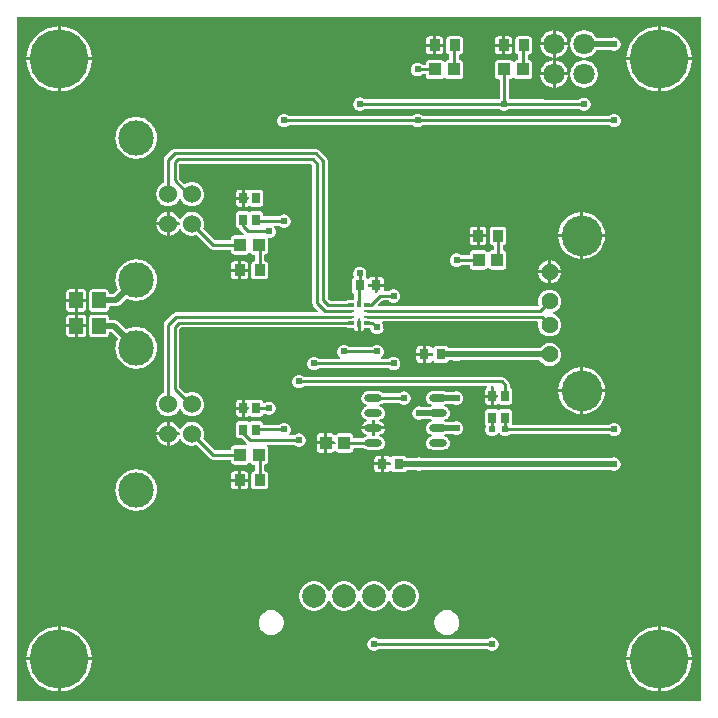
<source format=gtl>
G04 Layer: TopLayer*
G04 EasyEDA v6.5.34, 2023-09-10 21:38:17*
G04 5915201a24e44bbb9a238a9ce508910a,5a6b42c53f6a479593ecc07194224c93,10*
G04 Gerber Generator version 0.2*
G04 Scale: 100 percent, Rotated: No, Reflected: No *
G04 Dimensions in millimeters *
G04 leading zeros omitted , absolute positions ,4 integer and 5 decimal *
%FSLAX45Y45*%
%MOMM*%

%AMMACRO1*21,1,$1,$2,0,0,$3*%
%ADD10C,0.2540*%
%ADD11C,0.5000*%
%ADD12MACRO1,1.377X1.1325X-90.0000*%
%ADD13R,1.0000X1.1000*%
%ADD14R,0.8999X1.0000*%
%ADD15R,0.8000X0.9000*%
%ADD16R,0.7000X0.9000*%
%ADD17O,1.5200122X0.5999988*%
%ADD18R,0.5800X0.3000*%
%ADD19R,0.5800X0.2500*%
%ADD20R,0.3500X0.6300*%
%ADD21C,3.0000*%
%ADD22C,1.5240*%
%ADD23C,1.4310*%
%ADD24C,3.4501*%
%ADD25C,5.0000*%
%ADD26C,2.0000*%
%ADD27C,1.8000*%
%ADD28C,0.6096*%
%ADD29C,0.0175*%

%LPD*%
G36*
X5805932Y25908D02*
G01*
X36068Y26416D01*
X32156Y27178D01*
X28905Y29362D01*
X26670Y32664D01*
X25908Y36576D01*
X25908Y5805932D01*
X26670Y5809792D01*
X28905Y5813094D01*
X32156Y5815330D01*
X36068Y5816092D01*
X5805932Y5816092D01*
X5809792Y5815330D01*
X5813094Y5813094D01*
X5815330Y5809792D01*
X5816092Y5805932D01*
X5816092Y36068D01*
X5815330Y32156D01*
X5813094Y28905D01*
X5809792Y26670D01*
G37*

%LPC*%
G36*
X4584700Y5600700D02*
G01*
X4687112Y5600700D01*
X4686960Y5602528D01*
X4684268Y5616803D01*
X4679746Y5630672D01*
X4673549Y5643829D01*
X4665776Y5656122D01*
X4656480Y5667349D01*
X4645863Y5677306D01*
X4634077Y5685840D01*
X4621326Y5692851D01*
X4607814Y5698236D01*
X4593691Y5701842D01*
X4584700Y5702960D01*
G37*
G36*
X5448300Y105613D02*
G01*
X5448300Y368300D01*
X5185410Y368300D01*
X5187289Y346405D01*
X5191099Y323646D01*
X5196890Y301244D01*
X5204460Y279450D01*
X5213858Y258317D01*
X5224983Y238099D01*
X5237784Y218846D01*
X5252161Y200710D01*
X5267960Y183896D01*
X5285130Y168402D01*
X5303520Y154432D01*
X5323027Y142036D01*
X5343499Y131368D01*
X5364835Y122377D01*
X5386781Y115265D01*
X5409285Y109982D01*
X5432145Y106629D01*
G37*
G36*
X368300Y105613D02*
G01*
X368300Y368300D01*
X105410Y368300D01*
X107289Y346405D01*
X111099Y323646D01*
X116890Y301244D01*
X124460Y279450D01*
X133858Y258317D01*
X144983Y238099D01*
X157784Y218846D01*
X172161Y200710D01*
X187960Y183896D01*
X205130Y168402D01*
X223520Y154432D01*
X243027Y142036D01*
X263499Y131368D01*
X284835Y122377D01*
X306781Y115265D01*
X329285Y109982D01*
X352145Y106629D01*
G37*
G36*
X393700Y393700D02*
G01*
X656336Y393700D01*
X655929Y404063D01*
X653034Y427024D01*
X648208Y449630D01*
X641553Y471728D01*
X633018Y493217D01*
X622757Y513892D01*
X610819Y533654D01*
X597204Y552348D01*
X582117Y569874D01*
X565607Y586028D01*
X547776Y600760D01*
X528828Y613968D01*
X508812Y625500D01*
X487883Y635355D01*
X466242Y643382D01*
X443992Y649630D01*
X421284Y653948D01*
X398322Y656336D01*
X393700Y656437D01*
G37*
G36*
X5473700Y393700D02*
G01*
X5736336Y393700D01*
X5735929Y404063D01*
X5733034Y427024D01*
X5728208Y449630D01*
X5721553Y471728D01*
X5713018Y493217D01*
X5702757Y513892D01*
X5690819Y533654D01*
X5677204Y552348D01*
X5662117Y569874D01*
X5645607Y586028D01*
X5627776Y600760D01*
X5608828Y613968D01*
X5588812Y625500D01*
X5567883Y635355D01*
X5546242Y643382D01*
X5523992Y649630D01*
X5501284Y653948D01*
X5478322Y656336D01*
X5473700Y656437D01*
G37*
G36*
X105410Y393700D02*
G01*
X368300Y393700D01*
X368300Y656386D01*
X352145Y655370D01*
X329285Y652018D01*
X306781Y646734D01*
X284835Y639572D01*
X263499Y630631D01*
X243027Y619912D01*
X223520Y607568D01*
X205130Y593598D01*
X187960Y578104D01*
X172161Y561289D01*
X157784Y543153D01*
X144983Y523900D01*
X133858Y503682D01*
X124460Y482549D01*
X116890Y460756D01*
X111099Y438353D01*
X107289Y415594D01*
G37*
G36*
X5185410Y393700D02*
G01*
X5448300Y393700D01*
X5448300Y656386D01*
X5432145Y655370D01*
X5409285Y652018D01*
X5386781Y646734D01*
X5364835Y639572D01*
X5343499Y630631D01*
X5323027Y619912D01*
X5303520Y607568D01*
X5285130Y593598D01*
X5267960Y578104D01*
X5252161Y561289D01*
X5237784Y543153D01*
X5224983Y523900D01*
X5213858Y503682D01*
X5204460Y482549D01*
X5196890Y460756D01*
X5191099Y438353D01*
X5187289Y415594D01*
G37*
G36*
X4047083Y451662D02*
G01*
X4056887Y452526D01*
X4066336Y455066D01*
X4075277Y459232D01*
X4083304Y464820D01*
X4090263Y471779D01*
X4095902Y479856D01*
X4100017Y488746D01*
X4102557Y498246D01*
X4103420Y508000D01*
X4102557Y517804D01*
X4100017Y527304D01*
X4095902Y536194D01*
X4090263Y544220D01*
X4083304Y551180D01*
X4075277Y556818D01*
X4066336Y560933D01*
X4056887Y563524D01*
X4047083Y564337D01*
X4037279Y563524D01*
X4027830Y560933D01*
X4018889Y556818D01*
X4010863Y551180D01*
X4009339Y549656D01*
X4006037Y547420D01*
X4002125Y546658D01*
X3093008Y546658D01*
X3089097Y547420D01*
X3085795Y549656D01*
X3084220Y551230D01*
X3076194Y556869D01*
X3067253Y560984D01*
X3057804Y563524D01*
X3048000Y564388D01*
X3038195Y563524D01*
X3028746Y560984D01*
X3019806Y556869D01*
X3011779Y551230D01*
X3004820Y544271D01*
X2999181Y536244D01*
X2995066Y527304D01*
X2992526Y517855D01*
X2991662Y508050D01*
X2992526Y498246D01*
X2995066Y488797D01*
X2999181Y479856D01*
X3004820Y471830D01*
X3011779Y464870D01*
X3019806Y459232D01*
X3028746Y455117D01*
X3038195Y452577D01*
X3048000Y451713D01*
X3057804Y452577D01*
X3067253Y455117D01*
X3076194Y459232D01*
X3084220Y464870D01*
X3085795Y466445D01*
X3089097Y468680D01*
X3093008Y469442D01*
X4002074Y469442D01*
X4005935Y468680D01*
X4009237Y466445D01*
X4010863Y464820D01*
X4018889Y459232D01*
X4027830Y455066D01*
X4037279Y452526D01*
G37*
G36*
X3664559Y583488D02*
G01*
X3678377Y584403D01*
X3691940Y587095D01*
X3705047Y591566D01*
X3717493Y597662D01*
X3728974Y605383D01*
X3739387Y614527D01*
X3748532Y624941D01*
X3756253Y636422D01*
X3762349Y648868D01*
X3766820Y661974D01*
X3769512Y675538D01*
X3770426Y689356D01*
X3769512Y703224D01*
X3766820Y716788D01*
X3762349Y729894D01*
X3756253Y742340D01*
X3748532Y753821D01*
X3739387Y764235D01*
X3728974Y773379D01*
X3717493Y781100D01*
X3705047Y787196D01*
X3691940Y791667D01*
X3678377Y794359D01*
X3664559Y795274D01*
X3650691Y794359D01*
X3637127Y791667D01*
X3624021Y787196D01*
X3611575Y781100D01*
X3600094Y773379D01*
X3589680Y764235D01*
X3580536Y753821D01*
X3572814Y742340D01*
X3566718Y729894D01*
X3562248Y716788D01*
X3559556Y703224D01*
X3558641Y689356D01*
X3559556Y675538D01*
X3562248Y661974D01*
X3566718Y648868D01*
X3572814Y636422D01*
X3580536Y624941D01*
X3589680Y614527D01*
X3600094Y605383D01*
X3611575Y597662D01*
X3624021Y591566D01*
X3637127Y587095D01*
X3650691Y584403D01*
G37*
G36*
X2177440Y583488D02*
G01*
X2191258Y584403D01*
X2204821Y587095D01*
X2217978Y591566D01*
X2230374Y597662D01*
X2241905Y605383D01*
X2252319Y614527D01*
X2261463Y624941D01*
X2269134Y636422D01*
X2275281Y648868D01*
X2279700Y661974D01*
X2282444Y675538D01*
X2283307Y689356D01*
X2282444Y703224D01*
X2279700Y716788D01*
X2275281Y729894D01*
X2269134Y742340D01*
X2261463Y753821D01*
X2252319Y764235D01*
X2241905Y773379D01*
X2230374Y781100D01*
X2217978Y787196D01*
X2204821Y791667D01*
X2191258Y794359D01*
X2177440Y795274D01*
X2163622Y794359D01*
X2150059Y791667D01*
X2136902Y787196D01*
X2124506Y781100D01*
X2112975Y773379D01*
X2102561Y764235D01*
X2093417Y753821D01*
X2085746Y742340D01*
X2079599Y729894D01*
X2075180Y716788D01*
X2072436Y703224D01*
X2071573Y689356D01*
X2072436Y675538D01*
X2075180Y661974D01*
X2079599Y648868D01*
X2085746Y636422D01*
X2093417Y624941D01*
X2102561Y614527D01*
X2112975Y605383D01*
X2124506Y597662D01*
X2136902Y591566D01*
X2150059Y587095D01*
X2163622Y584403D01*
G37*
G36*
X2540000Y788517D02*
G01*
X2555189Y789432D01*
X2570124Y792175D01*
X2584653Y796696D01*
X2598521Y802894D01*
X2611526Y810768D01*
X2623464Y820166D01*
X2634234Y830884D01*
X2643581Y842873D01*
X2651455Y855878D01*
X2657754Y869797D01*
X2659938Y872947D01*
X2663190Y875080D01*
X2667000Y875792D01*
X2670810Y875080D01*
X2674010Y872947D01*
X2676245Y869797D01*
X2682544Y855878D01*
X2690368Y842873D01*
X2699766Y830884D01*
X2710535Y820166D01*
X2722473Y810768D01*
X2735478Y802894D01*
X2749346Y796696D01*
X2763875Y792175D01*
X2778810Y789432D01*
X2794000Y788517D01*
X2809189Y789432D01*
X2824124Y792175D01*
X2838653Y796696D01*
X2852521Y802894D01*
X2865526Y810768D01*
X2877464Y820166D01*
X2888234Y830884D01*
X2897581Y842873D01*
X2905455Y855878D01*
X2911754Y869797D01*
X2913938Y872947D01*
X2917190Y875080D01*
X2921000Y875792D01*
X2924810Y875080D01*
X2928010Y872947D01*
X2930245Y869797D01*
X2936544Y855878D01*
X2944368Y842873D01*
X2953766Y830884D01*
X2964535Y820166D01*
X2976473Y810768D01*
X2989478Y802894D01*
X3003346Y796696D01*
X3017875Y792175D01*
X3032810Y789432D01*
X3048000Y788517D01*
X3063189Y789432D01*
X3078124Y792175D01*
X3092653Y796696D01*
X3106521Y802894D01*
X3119526Y810768D01*
X3131464Y820166D01*
X3142234Y830884D01*
X3151581Y842873D01*
X3159455Y855878D01*
X3165754Y869797D01*
X3167938Y872947D01*
X3171190Y875080D01*
X3175000Y875792D01*
X3178810Y875080D01*
X3182010Y872947D01*
X3184245Y869797D01*
X3190544Y855878D01*
X3198368Y842873D01*
X3207766Y830884D01*
X3218535Y820166D01*
X3230473Y810768D01*
X3243478Y802894D01*
X3257346Y796696D01*
X3271875Y792175D01*
X3286810Y789432D01*
X3302000Y788517D01*
X3317189Y789432D01*
X3332124Y792175D01*
X3346653Y796696D01*
X3360521Y802894D01*
X3373526Y810768D01*
X3385464Y820166D01*
X3396234Y830884D01*
X3405581Y842873D01*
X3413455Y855878D01*
X3419703Y869746D01*
X3424224Y884275D01*
X3426968Y899210D01*
X3427882Y914400D01*
X3426968Y929538D01*
X3424224Y944524D01*
X3419703Y959002D01*
X3413455Y972870D01*
X3405581Y985875D01*
X3396234Y997864D01*
X3385464Y1008634D01*
X3373526Y1017981D01*
X3360521Y1025855D01*
X3346653Y1032103D01*
X3332124Y1036624D01*
X3317189Y1039368D01*
X3302000Y1040282D01*
X3286810Y1039368D01*
X3271875Y1036624D01*
X3257346Y1032103D01*
X3243478Y1025855D01*
X3230473Y1017981D01*
X3218535Y1008634D01*
X3207766Y997864D01*
X3198368Y985875D01*
X3190544Y972870D01*
X3184245Y958951D01*
X3182010Y955802D01*
X3178810Y953719D01*
X3175000Y952957D01*
X3171190Y953719D01*
X3167938Y955802D01*
X3165754Y958951D01*
X3159455Y972870D01*
X3151581Y985875D01*
X3142234Y997864D01*
X3131464Y1008634D01*
X3119526Y1017981D01*
X3106521Y1025855D01*
X3092653Y1032103D01*
X3078124Y1036624D01*
X3063189Y1039368D01*
X3048000Y1040282D01*
X3032810Y1039368D01*
X3017875Y1036624D01*
X3003346Y1032103D01*
X2989478Y1025855D01*
X2976473Y1017981D01*
X2964535Y1008634D01*
X2953766Y997864D01*
X2944368Y985875D01*
X2936544Y972870D01*
X2930245Y958951D01*
X2928010Y955802D01*
X2924810Y953719D01*
X2921000Y952957D01*
X2917190Y953719D01*
X2913938Y955802D01*
X2911754Y958951D01*
X2905455Y972870D01*
X2897581Y985875D01*
X2888234Y997864D01*
X2877464Y1008634D01*
X2865526Y1017981D01*
X2852521Y1025855D01*
X2838653Y1032103D01*
X2824124Y1036624D01*
X2809189Y1039368D01*
X2794000Y1040282D01*
X2778810Y1039368D01*
X2763875Y1036624D01*
X2749346Y1032103D01*
X2735478Y1025855D01*
X2722473Y1017981D01*
X2710535Y1008634D01*
X2699766Y997864D01*
X2690368Y985875D01*
X2682544Y972870D01*
X2676245Y958951D01*
X2674010Y955802D01*
X2670810Y953719D01*
X2667000Y952957D01*
X2663190Y953719D01*
X2659938Y955802D01*
X2657754Y958951D01*
X2651455Y972870D01*
X2643581Y985875D01*
X2634234Y997864D01*
X2623464Y1008634D01*
X2611526Y1017981D01*
X2598521Y1025855D01*
X2584653Y1032103D01*
X2570124Y1036624D01*
X2555189Y1039368D01*
X2540000Y1040282D01*
X2524810Y1039368D01*
X2509875Y1036624D01*
X2495346Y1032103D01*
X2481478Y1025855D01*
X2468473Y1017981D01*
X2456535Y1008634D01*
X2445766Y997864D01*
X2436368Y985875D01*
X2428544Y972870D01*
X2422296Y959002D01*
X2417775Y944524D01*
X2415032Y929538D01*
X2414117Y914400D01*
X2415032Y899210D01*
X2417775Y884275D01*
X2422296Y869746D01*
X2428544Y855878D01*
X2436368Y842873D01*
X2445766Y830884D01*
X2456535Y820166D01*
X2468473Y810768D01*
X2481478Y802894D01*
X2495346Y796696D01*
X2509875Y792175D01*
X2524810Y789432D01*
G37*
G36*
X1034491Y1635099D02*
G01*
X1052576Y1636014D01*
X1070508Y1638807D01*
X1087983Y1643430D01*
X1104950Y1649831D01*
X1121156Y1657908D01*
X1136446Y1667662D01*
X1150620Y1678889D01*
X1163574Y1691538D01*
X1175207Y1705406D01*
X1185316Y1720443D01*
X1193800Y1736445D01*
X1200658Y1753209D01*
X1205687Y1770583D01*
X1208938Y1788414D01*
X1210360Y1806448D01*
X1209903Y1824583D01*
X1207566Y1842516D01*
X1203401Y1860143D01*
X1197457Y1877263D01*
X1189786Y1893671D01*
X1180439Y1909165D01*
X1169568Y1923694D01*
X1157274Y1936953D01*
X1143660Y1948942D01*
X1128928Y1959406D01*
X1113129Y1968347D01*
X1096568Y1975561D01*
X1079296Y1981098D01*
X1061567Y1984806D01*
X1043584Y1986635D01*
X1025448Y1986635D01*
X1007465Y1984806D01*
X989736Y1981098D01*
X972464Y1975561D01*
X955852Y1968347D01*
X940104Y1959406D01*
X925321Y1948942D01*
X911758Y1936953D01*
X899464Y1923694D01*
X888593Y1909165D01*
X879246Y1893671D01*
X871575Y1877263D01*
X865632Y1860143D01*
X861466Y1842516D01*
X859129Y1824583D01*
X858672Y1806448D01*
X860094Y1788414D01*
X863295Y1770583D01*
X868375Y1753209D01*
X875182Y1736445D01*
X883716Y1720443D01*
X893826Y1705406D01*
X905408Y1691538D01*
X918413Y1678889D01*
X932586Y1667662D01*
X947877Y1657908D01*
X964082Y1649831D01*
X980998Y1643430D01*
X998524Y1638807D01*
X1016406Y1636014D01*
G37*
G36*
X1864461Y1816404D02*
G01*
X1896211Y1816404D01*
X1896211Y1879600D01*
X1837994Y1879600D01*
X1837994Y1842871D01*
X1838706Y1836521D01*
X1840636Y1831086D01*
X1843684Y1826209D01*
X1847799Y1822094D01*
X1852675Y1818995D01*
X1858162Y1817116D01*
G37*
G36*
X1921611Y1816404D02*
G01*
X1953310Y1816404D01*
X1959660Y1817116D01*
X1965096Y1818995D01*
X1970024Y1822094D01*
X1974088Y1826209D01*
X1977186Y1831086D01*
X1979066Y1836521D01*
X1979777Y1842871D01*
X1979777Y1879600D01*
X1921611Y1879600D01*
G37*
G36*
X2034489Y1816404D02*
G01*
X2123338Y1816404D01*
X2129637Y1817116D01*
X2135124Y1818995D01*
X2140000Y1822094D01*
X2144115Y1826209D01*
X2147163Y1831086D01*
X2149094Y1836521D01*
X2149805Y1842871D01*
X2149805Y1941728D01*
X2149094Y1948027D01*
X2147163Y1953514D01*
X2144115Y1958390D01*
X2140000Y1962505D01*
X2135124Y1965604D01*
X2129637Y1967484D01*
X2126538Y1967839D01*
X2122982Y1968906D01*
X2120087Y1971192D01*
X2118156Y1974342D01*
X2117496Y1977948D01*
X2117496Y2017572D01*
X2118156Y2021179D01*
X2120087Y2024329D01*
X2122982Y2026564D01*
X2126538Y2027631D01*
X2129637Y2027986D01*
X2135124Y2029917D01*
X2140000Y2033016D01*
X2144115Y2037080D01*
X2147163Y2042007D01*
X2149094Y2047443D01*
X2149805Y2053793D01*
X2149805Y2162606D01*
X2149094Y2168956D01*
X2147163Y2174392D01*
X2141931Y2182622D01*
X2141169Y2186482D01*
X2141982Y2190343D01*
X2144166Y2193645D01*
X2147468Y2195830D01*
X2151329Y2196592D01*
X2368042Y2196592D01*
X2371902Y2195830D01*
X2375204Y2193594D01*
X2376779Y2192020D01*
X2384806Y2186381D01*
X2393746Y2182266D01*
X2403195Y2179726D01*
X2413000Y2178862D01*
X2422804Y2179726D01*
X2432253Y2182266D01*
X2441194Y2186381D01*
X2449220Y2192020D01*
X2456180Y2198979D01*
X2461818Y2207006D01*
X2465933Y2215946D01*
X2468473Y2225395D01*
X2469337Y2235200D01*
X2468473Y2245004D01*
X2465933Y2254453D01*
X2461818Y2263394D01*
X2456180Y2271420D01*
X2449220Y2278380D01*
X2441194Y2284018D01*
X2432253Y2288133D01*
X2422804Y2290673D01*
X2413000Y2291537D01*
X2403195Y2290673D01*
X2393746Y2288133D01*
X2384806Y2284018D01*
X2376779Y2278380D01*
X2375204Y2276805D01*
X2371902Y2274570D01*
X2367991Y2273808D01*
X2338832Y2273808D01*
X2334514Y2274773D01*
X2331059Y2277414D01*
X2329027Y2281326D01*
X2328824Y2285746D01*
X2330500Y2289810D01*
X2334818Y2295906D01*
X2338933Y2304846D01*
X2341473Y2314295D01*
X2342337Y2324100D01*
X2341473Y2333904D01*
X2338933Y2343353D01*
X2334818Y2352294D01*
X2329180Y2360320D01*
X2322220Y2367280D01*
X2314194Y2372918D01*
X2305253Y2377033D01*
X2295804Y2379573D01*
X2286000Y2380437D01*
X2276195Y2379573D01*
X2266746Y2377033D01*
X2257806Y2372918D01*
X2249779Y2367280D01*
X2248204Y2365705D01*
X2244902Y2363470D01*
X2240991Y2362708D01*
X2119274Y2362708D01*
X2115616Y2363368D01*
X2112518Y2365298D01*
X2110232Y2368194D01*
X2109114Y2372258D01*
X2107184Y2377694D01*
X2104136Y2382621D01*
X2100021Y2386685D01*
X2095144Y2389784D01*
X2089657Y2391714D01*
X2083358Y2392426D01*
X2014474Y2392426D01*
X2008174Y2391714D01*
X2002688Y2389784D01*
X1999335Y2387650D01*
X1995779Y2386279D01*
X1992020Y2386279D01*
X1988515Y2387650D01*
X1985111Y2389784D01*
X1979675Y2391714D01*
X1973325Y2392426D01*
X1904492Y2392426D01*
X1898142Y2391714D01*
X1892706Y2389784D01*
X1887778Y2386685D01*
X1883714Y2382621D01*
X1880616Y2377694D01*
X1878736Y2372258D01*
X1878025Y2365908D01*
X1878025Y2277059D01*
X1878736Y2270760D01*
X1880616Y2265273D01*
X1883714Y2260396D01*
X1887778Y2256282D01*
X1892706Y2253234D01*
X1898142Y2251303D01*
X1904492Y2250592D01*
X1919681Y2250592D01*
X1923592Y2249830D01*
X1926894Y2247595D01*
X1966264Y2208276D01*
X1967636Y2207107D01*
X1970227Y2203907D01*
X1971293Y2199944D01*
X1970735Y2195830D01*
X1968601Y2192324D01*
X1965198Y2189937D01*
X1961184Y2189124D01*
X1864461Y2189124D01*
X1858162Y2188413D01*
X1852675Y2186482D01*
X1847799Y2183384D01*
X1843684Y2179320D01*
X1840636Y2174392D01*
X1838706Y2168956D01*
X1837994Y2162606D01*
X1837994Y2156968D01*
X1837232Y2153107D01*
X1834997Y2149805D01*
X1831746Y2147570D01*
X1827834Y2146808D01*
X1705508Y2146808D01*
X1701647Y2147570D01*
X1698345Y2149805D01*
X1604162Y2243937D01*
X1602079Y2246985D01*
X1601216Y2250541D01*
X1601622Y2254148D01*
X1604822Y2264359D01*
X1607058Y2277770D01*
X1607515Y2291435D01*
X1606143Y2304999D01*
X1602994Y2318258D01*
X1598117Y2330958D01*
X1591564Y2342946D01*
X1583436Y2353919D01*
X1573987Y2363724D01*
X1563268Y2372156D01*
X1551533Y2379116D01*
X1538986Y2384450D01*
X1525828Y2388057D01*
X1512316Y2389886D01*
X1498701Y2389886D01*
X1485188Y2388057D01*
X1472031Y2384450D01*
X1459484Y2379116D01*
X1447749Y2372156D01*
X1437030Y2363724D01*
X1427530Y2353919D01*
X1419453Y2342946D01*
X1414424Y2333752D01*
X1411579Y2330500D01*
X1407668Y2328672D01*
X1403350Y2328672D01*
X1399438Y2330500D01*
X1396593Y2333752D01*
X1391564Y2342946D01*
X1383436Y2353919D01*
X1373987Y2363724D01*
X1363268Y2372156D01*
X1351534Y2379116D01*
X1338986Y2384450D01*
X1325829Y2388057D01*
X1318209Y2389073D01*
X1318209Y2300732D01*
X1393342Y2300732D01*
X1397152Y2299970D01*
X1400403Y2297836D01*
X1402638Y2294686D01*
X1403502Y2290876D01*
X1403654Y2285796D01*
X1402994Y2281834D01*
X1400810Y2278430D01*
X1397457Y2276094D01*
X1393494Y2275332D01*
X1318209Y2275332D01*
X1318209Y2186787D01*
X1332484Y2189530D01*
X1345336Y2194001D01*
X1357528Y2200198D01*
X1368755Y2207869D01*
X1378864Y2217064D01*
X1387703Y2227478D01*
X1395018Y2238959D01*
X1396288Y2241651D01*
X1398524Y2244750D01*
X1401724Y2246833D01*
X1405483Y2247544D01*
X1409242Y2246833D01*
X1412494Y2244750D01*
X1414729Y2241651D01*
X1415999Y2238959D01*
X1423314Y2227478D01*
X1432102Y2217064D01*
X1442212Y2207869D01*
X1453489Y2200198D01*
X1465630Y2194001D01*
X1478534Y2189530D01*
X1491894Y2186838D01*
X1505508Y2185924D01*
X1519123Y2186838D01*
X1532483Y2189530D01*
X1538986Y2191816D01*
X1542745Y2192375D01*
X1546402Y2191512D01*
X1549501Y2189429D01*
X1657654Y2081275D01*
X1663903Y2076145D01*
X1670557Y2072589D01*
X1677771Y2070404D01*
X1685798Y2069592D01*
X1827834Y2069592D01*
X1831746Y2068830D01*
X1834997Y2066645D01*
X1837232Y2063343D01*
X1837994Y2059432D01*
X1837994Y2053793D01*
X1838706Y2047443D01*
X1840636Y2042007D01*
X1843684Y2037080D01*
X1847799Y2033016D01*
X1852675Y2029917D01*
X1858162Y2027986D01*
X1864461Y2027275D01*
X1963318Y2027275D01*
X1969668Y2027986D01*
X1975104Y2029917D01*
X1980031Y2033016D01*
X1984095Y2037080D01*
X1985314Y2038959D01*
X1988108Y2041906D01*
X1991868Y2043531D01*
X1995932Y2043531D01*
X1999691Y2041906D01*
X2002485Y2038959D01*
X2003704Y2037080D01*
X2007768Y2033016D01*
X2012696Y2029917D01*
X2018131Y2027986D01*
X2024481Y2027275D01*
X2030120Y2027275D01*
X2034032Y2026513D01*
X2037334Y2024329D01*
X2039518Y2021027D01*
X2040280Y2017115D01*
X2040280Y1977948D01*
X2039620Y1974342D01*
X2037689Y1971192D01*
X2034793Y1968906D01*
X2031238Y1967839D01*
X2028139Y1967484D01*
X2022703Y1965604D01*
X2017775Y1962505D01*
X2013712Y1958390D01*
X2010613Y1953514D01*
X2008682Y1948027D01*
X2007971Y1941728D01*
X2007971Y1842871D01*
X2008682Y1836521D01*
X2010613Y1831086D01*
X2013712Y1826209D01*
X2017775Y1822094D01*
X2022703Y1818995D01*
X2028139Y1817116D01*
G37*
G36*
X1921611Y1905000D02*
G01*
X1979777Y1905000D01*
X1979777Y1941728D01*
X1979066Y1948027D01*
X1977186Y1953514D01*
X1974088Y1958390D01*
X1970024Y1962505D01*
X1965096Y1965604D01*
X1959660Y1967484D01*
X1953310Y1968195D01*
X1921611Y1968195D01*
G37*
G36*
X1837994Y1905000D02*
G01*
X1896211Y1905000D01*
X1896211Y1968195D01*
X1864461Y1968195D01*
X1858162Y1967484D01*
X1852675Y1965604D01*
X1847799Y1962505D01*
X1843684Y1958390D01*
X1840636Y1953514D01*
X1838706Y1948027D01*
X1837994Y1941728D01*
G37*
G36*
X3078276Y1961083D02*
G01*
X3104997Y1961083D01*
X3104997Y2019300D01*
X3051810Y2019300D01*
X3051810Y1987550D01*
X3052521Y1981250D01*
X3054400Y1975764D01*
X3057499Y1970887D01*
X3061614Y1966772D01*
X3066491Y1963724D01*
X3071977Y1961794D01*
G37*
G36*
X3130397Y1961083D02*
G01*
X3157118Y1961083D01*
X3163468Y1961794D01*
X3168904Y1963724D01*
X3173831Y1966772D01*
X3177895Y1970887D01*
X3179114Y1972767D01*
X3181908Y1975713D01*
X3185668Y1977339D01*
X3189732Y1977339D01*
X3193491Y1975713D01*
X3196285Y1972767D01*
X3197504Y1970887D01*
X3201568Y1966772D01*
X3206496Y1963724D01*
X3211931Y1961794D01*
X3218281Y1961083D01*
X3297123Y1961083D01*
X3303422Y1961794D01*
X3308908Y1963724D01*
X3313785Y1966772D01*
X3317900Y1970887D01*
X3321304Y1976323D01*
X3323590Y1978863D01*
X3326587Y1980539D01*
X3329940Y1981098D01*
X3403092Y1981098D01*
X3407410Y1980133D01*
X3409746Y1979066D01*
X3419195Y1976526D01*
X3429000Y1975662D01*
X3438804Y1976526D01*
X3448253Y1979066D01*
X3450590Y1980133D01*
X3454908Y1981098D01*
X5054092Y1981098D01*
X5058410Y1980133D01*
X5060746Y1979066D01*
X5070195Y1976526D01*
X5080000Y1975662D01*
X5089804Y1976526D01*
X5099253Y1979066D01*
X5108194Y1983181D01*
X5116220Y1988820D01*
X5123180Y1995779D01*
X5128818Y2003806D01*
X5132933Y2012746D01*
X5135473Y2022195D01*
X5136337Y2032000D01*
X5135473Y2041804D01*
X5132933Y2051253D01*
X5128818Y2060193D01*
X5123180Y2068220D01*
X5116220Y2075180D01*
X5108194Y2080818D01*
X5099253Y2084933D01*
X5089804Y2087473D01*
X5080000Y2088337D01*
X5070195Y2087473D01*
X5060746Y2084933D01*
X5058410Y2083866D01*
X5054092Y2082901D01*
X3454908Y2082901D01*
X3450640Y2083866D01*
X3448253Y2084933D01*
X3438804Y2087473D01*
X3429000Y2088337D01*
X3419195Y2087473D01*
X3409746Y2084933D01*
X3407359Y2083866D01*
X3403092Y2082901D01*
X3329940Y2082901D01*
X3326587Y2083460D01*
X3323590Y2085136D01*
X3321304Y2087676D01*
X3317900Y2093112D01*
X3313785Y2097227D01*
X3308908Y2100275D01*
X3303422Y2102205D01*
X3297123Y2102916D01*
X3218281Y2102916D01*
X3211931Y2102205D01*
X3206496Y2100275D01*
X3201568Y2097227D01*
X3197504Y2093112D01*
X3196285Y2091232D01*
X3193491Y2088286D01*
X3189732Y2086711D01*
X3185668Y2086711D01*
X3181908Y2088286D01*
X3179114Y2091232D01*
X3177895Y2093112D01*
X3173831Y2097227D01*
X3168904Y2100275D01*
X3163468Y2102205D01*
X3157118Y2102916D01*
X3130397Y2102916D01*
X3130397Y2044700D01*
X3181604Y2044700D01*
X3185515Y2043938D01*
X3188817Y2041702D01*
X3191002Y2038451D01*
X3191764Y2034539D01*
X3191764Y2029460D01*
X3191002Y2025599D01*
X3188817Y2022297D01*
X3185515Y2020062D01*
X3181604Y2019300D01*
X3130397Y2019300D01*
G37*
G36*
X3051810Y2044700D02*
G01*
X3104997Y2044700D01*
X3104997Y2102916D01*
X3078276Y2102916D01*
X3071977Y2102205D01*
X3066491Y2100275D01*
X3061614Y2097227D01*
X3057499Y2093112D01*
X3054400Y2088235D01*
X3052521Y2082749D01*
X3051810Y2076450D01*
G37*
G36*
X2588361Y2128875D02*
G01*
X2625090Y2128875D01*
X2625090Y2197100D01*
X2561894Y2197100D01*
X2561894Y2155393D01*
X2562606Y2149043D01*
X2564536Y2143607D01*
X2567584Y2138680D01*
X2571699Y2134616D01*
X2576576Y2131517D01*
X2582062Y2129586D01*
G37*
G36*
X2650490Y2128875D02*
G01*
X2687218Y2128875D01*
X2693568Y2129586D01*
X2699004Y2131517D01*
X2703931Y2134616D01*
X2707995Y2138680D01*
X2709214Y2140559D01*
X2712008Y2143506D01*
X2715768Y2145131D01*
X2719832Y2145131D01*
X2723591Y2143506D01*
X2726385Y2140559D01*
X2727604Y2138680D01*
X2731668Y2134616D01*
X2736596Y2131517D01*
X2742031Y2129586D01*
X2748381Y2128875D01*
X2847238Y2128875D01*
X2853537Y2129586D01*
X2859024Y2131517D01*
X2863900Y2134616D01*
X2868015Y2138680D01*
X2871063Y2143607D01*
X2872994Y2149043D01*
X2873705Y2155393D01*
X2873705Y2161032D01*
X2874467Y2164943D01*
X2876702Y2168245D01*
X2879953Y2170430D01*
X2883865Y2171192D01*
X2950413Y2171192D01*
X2954274Y2170430D01*
X2957576Y2168194D01*
X2958795Y2167026D01*
X2966770Y2161438D01*
X2975610Y2157323D01*
X2985008Y2154783D01*
X2995168Y2153869D01*
X3086252Y2153869D01*
X3096412Y2154783D01*
X3105810Y2157323D01*
X3114649Y2161438D01*
X3122625Y2167026D01*
X3129483Y2173884D01*
X3135071Y2181860D01*
X3139186Y2190699D01*
X3141726Y2200097D01*
X3142589Y2209800D01*
X3141726Y2219502D01*
X3139186Y2228900D01*
X3135071Y2237740D01*
X3129483Y2245715D01*
X3122625Y2252624D01*
X3114649Y2258161D01*
X3105810Y2262327D01*
X3101390Y2263495D01*
X3097479Y2265527D01*
X3094786Y2269032D01*
X3093872Y2273300D01*
X3094786Y2277618D01*
X3097479Y2281072D01*
X3101390Y2283104D01*
X3105810Y2284323D01*
X3114649Y2288438D01*
X3122625Y2294026D01*
X3129483Y2300884D01*
X3135071Y2308860D01*
X3139186Y2317699D01*
X3140913Y2324100D01*
X3053384Y2324100D01*
X3053384Y2275890D01*
X3052622Y2271979D01*
X3050438Y2268677D01*
X3047136Y2266492D01*
X3043224Y2265730D01*
X3038144Y2265730D01*
X3034284Y2266492D01*
X3030982Y2268677D01*
X3028797Y2271979D01*
X3027984Y2275890D01*
X3027984Y2324100D01*
X2940507Y2324100D01*
X2942183Y2317699D01*
X2946298Y2308860D01*
X2951886Y2300884D01*
X2958795Y2294026D01*
X2966770Y2288438D01*
X2975610Y2284323D01*
X2980029Y2283104D01*
X2983941Y2281072D01*
X2986582Y2277618D01*
X2987548Y2273300D01*
X2986582Y2269032D01*
X2983941Y2265527D01*
X2980029Y2263495D01*
X2975610Y2262327D01*
X2966770Y2258161D01*
X2958795Y2252624D01*
X2957576Y2251405D01*
X2954274Y2249170D01*
X2950413Y2248408D01*
X2883865Y2248408D01*
X2879953Y2249170D01*
X2876702Y2251405D01*
X2874467Y2254707D01*
X2873705Y2258568D01*
X2873705Y2264206D01*
X2872994Y2270556D01*
X2871063Y2275992D01*
X2868015Y2280920D01*
X2863900Y2284984D01*
X2859024Y2288082D01*
X2853537Y2290013D01*
X2847238Y2290724D01*
X2748381Y2290724D01*
X2742031Y2290013D01*
X2736596Y2288082D01*
X2731668Y2284984D01*
X2727604Y2280920D01*
X2726385Y2279040D01*
X2723591Y2276094D01*
X2719832Y2274468D01*
X2715768Y2274468D01*
X2712008Y2276094D01*
X2709214Y2279040D01*
X2707995Y2280920D01*
X2703931Y2284984D01*
X2699004Y2288082D01*
X2693568Y2290013D01*
X2687218Y2290724D01*
X2650490Y2290724D01*
X2650490Y2222500D01*
X2711704Y2222500D01*
X2715615Y2221738D01*
X2718917Y2219502D01*
X2721102Y2216251D01*
X2721864Y2212340D01*
X2721864Y2207260D01*
X2721102Y2203399D01*
X2718917Y2200097D01*
X2715615Y2197862D01*
X2711704Y2197100D01*
X2650490Y2197100D01*
G37*
G36*
X3543147Y2153869D02*
G01*
X3634232Y2153869D01*
X3644392Y2154783D01*
X3653790Y2157323D01*
X3662629Y2161438D01*
X3670604Y2167026D01*
X3677513Y2173884D01*
X3683101Y2181860D01*
X3687216Y2190699D01*
X3689705Y2200097D01*
X3690569Y2209800D01*
X3689705Y2219502D01*
X3687216Y2228900D01*
X3683101Y2237740D01*
X3677513Y2245715D01*
X3670604Y2252624D01*
X3662629Y2258161D01*
X3653790Y2262327D01*
X3649370Y2263495D01*
X3645458Y2265527D01*
X3642817Y2269032D01*
X3641851Y2273300D01*
X3642817Y2277618D01*
X3645458Y2281072D01*
X3649370Y2283104D01*
X3655161Y2284933D01*
X3659479Y2285898D01*
X3720592Y2285898D01*
X3724859Y2284933D01*
X3727246Y2283866D01*
X3736695Y2281326D01*
X3746500Y2280462D01*
X3756304Y2281326D01*
X3765753Y2283866D01*
X3774694Y2287981D01*
X3782720Y2293620D01*
X3789679Y2300579D01*
X3795318Y2308606D01*
X3799433Y2317546D01*
X3801973Y2326995D01*
X3802837Y2336800D01*
X3801973Y2346604D01*
X3799433Y2356053D01*
X3795318Y2364994D01*
X3789679Y2373020D01*
X3782720Y2379980D01*
X3774694Y2385618D01*
X3765753Y2389733D01*
X3756304Y2392273D01*
X3746500Y2393137D01*
X3736695Y2392273D01*
X3727246Y2389733D01*
X3724910Y2388666D01*
X3720592Y2387701D01*
X3659479Y2387701D01*
X3655161Y2388666D01*
X3649370Y2390495D01*
X3645458Y2392527D01*
X3642817Y2396032D01*
X3641851Y2400300D01*
X3642817Y2404618D01*
X3645458Y2408072D01*
X3649370Y2410104D01*
X3653790Y2411323D01*
X3662629Y2415438D01*
X3670604Y2421026D01*
X3677513Y2427884D01*
X3683101Y2435860D01*
X3687216Y2444699D01*
X3689705Y2454097D01*
X3690569Y2463800D01*
X3689705Y2473502D01*
X3687216Y2482900D01*
X3683101Y2491740D01*
X3677513Y2499715D01*
X3670604Y2506624D01*
X3662629Y2512161D01*
X3653790Y2516327D01*
X3649370Y2517495D01*
X3645458Y2519527D01*
X3642817Y2523032D01*
X3641851Y2527300D01*
X3642817Y2531618D01*
X3645458Y2535072D01*
X3649370Y2537104D01*
X3655161Y2538933D01*
X3659479Y2539898D01*
X3720592Y2539898D01*
X3724859Y2538933D01*
X3727246Y2537866D01*
X3736695Y2535326D01*
X3746500Y2534462D01*
X3756304Y2535326D01*
X3765753Y2537866D01*
X3774694Y2541981D01*
X3782720Y2547620D01*
X3789679Y2554579D01*
X3795318Y2562606D01*
X3799433Y2571546D01*
X3801973Y2580995D01*
X3802837Y2590800D01*
X3801973Y2600604D01*
X3799433Y2610053D01*
X3795318Y2618994D01*
X3789679Y2627020D01*
X3782720Y2633980D01*
X3774694Y2639618D01*
X3765753Y2643733D01*
X3756304Y2646273D01*
X3746500Y2647137D01*
X3736695Y2646273D01*
X3727246Y2643733D01*
X3724910Y2642666D01*
X3720592Y2641701D01*
X3659479Y2641701D01*
X3655161Y2642666D01*
X3653790Y2643327D01*
X3644392Y2645816D01*
X3634232Y2646730D01*
X3543147Y2646730D01*
X3532987Y2645816D01*
X3523589Y2643327D01*
X3514750Y2639161D01*
X3506774Y2633624D01*
X3499916Y2626715D01*
X3494328Y2618740D01*
X3490214Y2609900D01*
X3487674Y2600502D01*
X3486810Y2590800D01*
X3487674Y2581097D01*
X3490214Y2571699D01*
X3494328Y2562860D01*
X3499916Y2554884D01*
X3506774Y2548026D01*
X3514750Y2542438D01*
X3523589Y2538323D01*
X3528009Y2537104D01*
X3531920Y2535072D01*
X3534613Y2531618D01*
X3535527Y2527300D01*
X3534613Y2523032D01*
X3531920Y2519527D01*
X3528009Y2517495D01*
X3522218Y2515666D01*
X3517900Y2514701D01*
X3454908Y2514701D01*
X3450640Y2515666D01*
X3448253Y2516733D01*
X3438804Y2519273D01*
X3429000Y2520137D01*
X3419195Y2519273D01*
X3409746Y2516733D01*
X3400806Y2512618D01*
X3392779Y2506980D01*
X3385820Y2500020D01*
X3380181Y2491994D01*
X3376066Y2483053D01*
X3373526Y2473604D01*
X3372662Y2463800D01*
X3373526Y2453995D01*
X3376066Y2444546D01*
X3380181Y2435606D01*
X3385820Y2427579D01*
X3392779Y2420620D01*
X3400806Y2414981D01*
X3409746Y2410866D01*
X3419195Y2408326D01*
X3429000Y2407462D01*
X3438804Y2408326D01*
X3448253Y2410866D01*
X3450590Y2411933D01*
X3454908Y2412898D01*
X3517950Y2412898D01*
X3522218Y2411933D01*
X3528009Y2410104D01*
X3531920Y2408072D01*
X3534613Y2404618D01*
X3535527Y2400300D01*
X3534613Y2396032D01*
X3531920Y2392527D01*
X3528009Y2390495D01*
X3523589Y2389327D01*
X3514750Y2385161D01*
X3506774Y2379624D01*
X3499916Y2372715D01*
X3494328Y2364740D01*
X3490214Y2355900D01*
X3487674Y2346502D01*
X3486810Y2336800D01*
X3487674Y2327097D01*
X3490214Y2317699D01*
X3494328Y2308860D01*
X3499916Y2300884D01*
X3506774Y2294026D01*
X3514750Y2288438D01*
X3523589Y2284323D01*
X3528009Y2283104D01*
X3531920Y2281072D01*
X3534613Y2277618D01*
X3535527Y2273300D01*
X3534613Y2269032D01*
X3531920Y2265527D01*
X3528009Y2263495D01*
X3523589Y2262327D01*
X3514750Y2258161D01*
X3506774Y2252624D01*
X3499916Y2245715D01*
X3494328Y2237740D01*
X3490214Y2228900D01*
X3487674Y2219502D01*
X3486810Y2209800D01*
X3487674Y2200097D01*
X3490214Y2190699D01*
X3494328Y2181860D01*
X3499916Y2173884D01*
X3506774Y2167026D01*
X3514750Y2161438D01*
X3523589Y2157323D01*
X3532987Y2154783D01*
G37*
G36*
X1292809Y2186787D02*
G01*
X1292809Y2275332D01*
X1204366Y2275332D01*
X1206195Y2264359D01*
X1210259Y2251303D01*
X1215999Y2238959D01*
X1223314Y2227478D01*
X1232103Y2217064D01*
X1242212Y2207869D01*
X1253490Y2200198D01*
X1265631Y2194001D01*
X1278534Y2189530D01*
G37*
G36*
X2561894Y2222500D02*
G01*
X2625090Y2222500D01*
X2625090Y2290724D01*
X2588361Y2290724D01*
X2582062Y2290013D01*
X2576576Y2288082D01*
X2571699Y2284984D01*
X2567584Y2280920D01*
X2564536Y2275992D01*
X2562606Y2270556D01*
X2561894Y2264206D01*
G37*
G36*
X4047083Y2267762D02*
G01*
X4056887Y2268626D01*
X4066336Y2271166D01*
X4075277Y2275281D01*
X4083304Y2280920D01*
X4090263Y2287879D01*
X4093768Y2292908D01*
X4096562Y2295601D01*
X4100169Y2297023D01*
X4104030Y2297023D01*
X4107637Y2295601D01*
X4110431Y2292908D01*
X4113936Y2287879D01*
X4120845Y2280920D01*
X4128922Y2275281D01*
X4137812Y2271166D01*
X4147312Y2268626D01*
X4157116Y2267762D01*
X4166870Y2268626D01*
X4176369Y2271166D01*
X4185259Y2275281D01*
X4193336Y2280920D01*
X4194962Y2282545D01*
X4198213Y2284780D01*
X4202125Y2285542D01*
X5034940Y2285542D01*
X5038852Y2284780D01*
X5042154Y2282545D01*
X5043779Y2280920D01*
X5051806Y2275281D01*
X5060746Y2271166D01*
X5070195Y2268626D01*
X5080000Y2267762D01*
X5089804Y2268626D01*
X5099253Y2271166D01*
X5108194Y2275281D01*
X5116220Y2280920D01*
X5123180Y2287879D01*
X5128818Y2295906D01*
X5132933Y2304846D01*
X5135473Y2314295D01*
X5136337Y2324100D01*
X5135473Y2333904D01*
X5132933Y2343353D01*
X5128818Y2352294D01*
X5123180Y2360320D01*
X5116220Y2367280D01*
X5108194Y2372918D01*
X5099253Y2377033D01*
X5089804Y2379573D01*
X5080000Y2380437D01*
X5070195Y2379573D01*
X5060746Y2377033D01*
X5051806Y2372918D01*
X5043779Y2367280D01*
X5042255Y2365756D01*
X5038953Y2363520D01*
X5035042Y2362758D01*
X4227576Y2362758D01*
X4223461Y2363622D01*
X4220006Y2366162D01*
X4217924Y2369820D01*
X4217517Y2374036D01*
X4218025Y2378659D01*
X4218025Y2467508D01*
X4217314Y2473858D01*
X4215384Y2479294D01*
X4212336Y2484221D01*
X4208221Y2488285D01*
X4203344Y2491384D01*
X4197858Y2493314D01*
X4191558Y2494026D01*
X4122674Y2494026D01*
X4116374Y2493314D01*
X4110888Y2491384D01*
X4107535Y2489250D01*
X4103979Y2487879D01*
X4100220Y2487879D01*
X4096715Y2489250D01*
X4093311Y2491384D01*
X4087876Y2493314D01*
X4081526Y2494026D01*
X4012692Y2494026D01*
X4006342Y2493314D01*
X4000906Y2491384D01*
X3995978Y2488285D01*
X3991914Y2484221D01*
X3988815Y2479294D01*
X3986936Y2473858D01*
X3986225Y2467508D01*
X3986225Y2378659D01*
X3986936Y2372360D01*
X3988815Y2366873D01*
X3991914Y2361996D01*
X3994302Y2359558D01*
X3996588Y2356154D01*
X3997299Y2352090D01*
X3996334Y2348077D01*
X3994150Y2343353D01*
X3991610Y2333904D01*
X3990746Y2324100D01*
X3991610Y2314295D01*
X3994150Y2304846D01*
X3998264Y2295906D01*
X4003903Y2287879D01*
X4010863Y2280920D01*
X4018889Y2275281D01*
X4027830Y2271166D01*
X4037279Y2268626D01*
G37*
G36*
X1204417Y2300732D02*
G01*
X1292809Y2300732D01*
X1292809Y2389073D01*
X1285189Y2388057D01*
X1272032Y2384450D01*
X1259484Y2379116D01*
X1247749Y2372156D01*
X1237030Y2363724D01*
X1227531Y2353919D01*
X1219454Y2342946D01*
X1212900Y2330958D01*
X1208024Y2318258D01*
X1204823Y2304999D01*
G37*
G36*
X2940507Y2349500D02*
G01*
X3027984Y2349500D01*
X3027984Y2397709D01*
X3028797Y2401620D01*
X3030982Y2404922D01*
X3034284Y2407107D01*
X3038144Y2407869D01*
X3043224Y2407869D01*
X3047136Y2407107D01*
X3050438Y2404922D01*
X3052622Y2401620D01*
X3053384Y2397709D01*
X3053384Y2349500D01*
X3140913Y2349500D01*
X3139186Y2355900D01*
X3135071Y2364740D01*
X3129483Y2372715D01*
X3122625Y2379624D01*
X3114649Y2385161D01*
X3105810Y2389327D01*
X3101390Y2390495D01*
X3097479Y2392527D01*
X3094786Y2396032D01*
X3093872Y2400300D01*
X3094786Y2404618D01*
X3097479Y2408072D01*
X3101390Y2410104D01*
X3105810Y2411323D01*
X3114649Y2415438D01*
X3122625Y2421026D01*
X3129483Y2427884D01*
X3135071Y2435860D01*
X3139186Y2444699D01*
X3141726Y2454097D01*
X3142589Y2463800D01*
X3141726Y2473502D01*
X3139186Y2482900D01*
X3135071Y2491740D01*
X3129483Y2499715D01*
X3122625Y2506624D01*
X3114649Y2512161D01*
X3105810Y2516327D01*
X3101390Y2517495D01*
X3097479Y2519527D01*
X3094786Y2523032D01*
X3093872Y2527300D01*
X3094786Y2531618D01*
X3097479Y2535072D01*
X3101390Y2537104D01*
X3105810Y2538323D01*
X3114649Y2542438D01*
X3122625Y2548026D01*
X3123844Y2549194D01*
X3127146Y2551430D01*
X3131007Y2552192D01*
X3256991Y2552192D01*
X3260902Y2551430D01*
X3264204Y2549194D01*
X3265779Y2547620D01*
X3273806Y2541981D01*
X3282746Y2537866D01*
X3292195Y2535326D01*
X3302000Y2534462D01*
X3311804Y2535326D01*
X3321253Y2537866D01*
X3330194Y2541981D01*
X3338220Y2547620D01*
X3345179Y2554579D01*
X3350818Y2562606D01*
X3354933Y2571546D01*
X3357473Y2580995D01*
X3358337Y2590800D01*
X3357473Y2600604D01*
X3354933Y2610053D01*
X3350818Y2618994D01*
X3345179Y2627020D01*
X3338220Y2633980D01*
X3330194Y2639618D01*
X3321253Y2643733D01*
X3311804Y2646273D01*
X3302000Y2647137D01*
X3292195Y2646273D01*
X3282746Y2643733D01*
X3273806Y2639618D01*
X3265779Y2633980D01*
X3264204Y2632405D01*
X3260902Y2630170D01*
X3256991Y2629408D01*
X3131007Y2629408D01*
X3127146Y2630170D01*
X3123844Y2632405D01*
X3122625Y2633624D01*
X3114649Y2639161D01*
X3105810Y2643327D01*
X3096412Y2645816D01*
X3086252Y2646730D01*
X2995168Y2646730D01*
X2985008Y2645816D01*
X2975610Y2643327D01*
X2966770Y2639161D01*
X2958795Y2633624D01*
X2951886Y2626715D01*
X2946298Y2618740D01*
X2942183Y2609900D01*
X2939694Y2600502D01*
X2938830Y2590800D01*
X2939694Y2581097D01*
X2942183Y2571699D01*
X2946298Y2562860D01*
X2951886Y2554884D01*
X2958795Y2548026D01*
X2966770Y2542438D01*
X2975610Y2538323D01*
X2980029Y2537104D01*
X2983941Y2535072D01*
X2986582Y2531618D01*
X2987548Y2527300D01*
X2986582Y2523032D01*
X2983941Y2519527D01*
X2980029Y2517495D01*
X2975610Y2516327D01*
X2966770Y2512161D01*
X2958795Y2506624D01*
X2951886Y2499715D01*
X2946298Y2491740D01*
X2942183Y2482900D01*
X2939694Y2473502D01*
X2938830Y2463800D01*
X2939694Y2454097D01*
X2942183Y2444699D01*
X2946298Y2435860D01*
X2951886Y2427884D01*
X2958795Y2421026D01*
X2966770Y2415438D01*
X2975610Y2411323D01*
X2980029Y2410104D01*
X2983941Y2408072D01*
X2986582Y2404618D01*
X2987548Y2400300D01*
X2986582Y2396032D01*
X2983941Y2392527D01*
X2980029Y2390495D01*
X2975610Y2389327D01*
X2966770Y2385161D01*
X2958795Y2379624D01*
X2951886Y2372715D01*
X2946298Y2364740D01*
X2942183Y2355900D01*
G37*
G36*
X1904492Y2433574D02*
G01*
X1926234Y2433574D01*
X1926234Y2491790D01*
X1878025Y2491790D01*
X1878025Y2460091D01*
X1878736Y2453741D01*
X1880616Y2448306D01*
X1883714Y2443378D01*
X1887778Y2439314D01*
X1892706Y2436215D01*
X1898142Y2434285D01*
G37*
G36*
X1951634Y2433574D02*
G01*
X1973325Y2433574D01*
X1979675Y2434285D01*
X1985111Y2436215D01*
X1988515Y2438349D01*
X1992020Y2439720D01*
X1995779Y2439720D01*
X1999335Y2438349D01*
X2002688Y2436215D01*
X2008174Y2434285D01*
X2014474Y2433574D01*
X2083358Y2433574D01*
X2089657Y2434285D01*
X2095144Y2436215D01*
X2100021Y2439314D01*
X2104136Y2443378D01*
X2107184Y2448306D01*
X2109470Y2454808D01*
X2111349Y2458059D01*
X2114245Y2460396D01*
X2117750Y2461564D01*
X2121458Y2461361D01*
X2124862Y2459837D01*
X2130806Y2455722D01*
X2139746Y2451557D01*
X2149195Y2449017D01*
X2159000Y2448153D01*
X2168804Y2449017D01*
X2178253Y2451557D01*
X2187194Y2455672D01*
X2195220Y2461310D01*
X2202180Y2468270D01*
X2207818Y2476296D01*
X2211933Y2485237D01*
X2214473Y2494686D01*
X2215337Y2504490D01*
X2214473Y2514295D01*
X2211933Y2523744D01*
X2207818Y2532684D01*
X2202180Y2540711D01*
X2195220Y2547670D01*
X2187194Y2553309D01*
X2178253Y2557424D01*
X2168804Y2559964D01*
X2159000Y2560828D01*
X2149195Y2559964D01*
X2139746Y2557424D01*
X2130806Y2553309D01*
X2124913Y2549144D01*
X2121509Y2547620D01*
X2117801Y2547416D01*
X2114245Y2548534D01*
X2111349Y2550871D01*
X2109470Y2554122D01*
X2107184Y2560726D01*
X2104136Y2565603D01*
X2100021Y2569718D01*
X2095144Y2572766D01*
X2089657Y2574696D01*
X2083358Y2575407D01*
X2014474Y2575407D01*
X2008174Y2574696D01*
X2002688Y2572766D01*
X1999335Y2570683D01*
X1995779Y2569260D01*
X1992020Y2569260D01*
X1988515Y2570683D01*
X1985111Y2572766D01*
X1979675Y2574696D01*
X1973325Y2575407D01*
X1951634Y2575407D01*
X1951634Y2517190D01*
X1977847Y2517190D01*
X1981758Y2516428D01*
X1985010Y2514244D01*
X1987245Y2510942D01*
X1988007Y2507030D01*
X1988007Y2501950D01*
X1987245Y2498090D01*
X1985010Y2494788D01*
X1981758Y2492552D01*
X1977847Y2491790D01*
X1951634Y2491790D01*
G37*
G36*
X1305509Y2435910D02*
G01*
X1319123Y2436825D01*
X1332484Y2439517D01*
X1345336Y2443988D01*
X1357528Y2450185D01*
X1368755Y2457856D01*
X1378864Y2467051D01*
X1387703Y2477465D01*
X1395018Y2488946D01*
X1396288Y2491638D01*
X1398524Y2494737D01*
X1401724Y2496820D01*
X1405483Y2497531D01*
X1409242Y2496820D01*
X1412494Y2494737D01*
X1414729Y2491638D01*
X1415999Y2488946D01*
X1423314Y2477465D01*
X1432102Y2467051D01*
X1442212Y2457856D01*
X1453489Y2450185D01*
X1465630Y2443988D01*
X1478534Y2439517D01*
X1491894Y2436825D01*
X1505508Y2435910D01*
X1519123Y2436825D01*
X1532483Y2439517D01*
X1545336Y2443988D01*
X1557528Y2450185D01*
X1568754Y2457856D01*
X1578864Y2467051D01*
X1587703Y2477465D01*
X1595018Y2488946D01*
X1600758Y2501290D01*
X1604822Y2514346D01*
X1607058Y2527757D01*
X1607515Y2541422D01*
X1606143Y2554986D01*
X1602994Y2568244D01*
X1598117Y2580944D01*
X1591564Y2592933D01*
X1583436Y2603906D01*
X1573987Y2613710D01*
X1563268Y2622143D01*
X1551533Y2629103D01*
X1538986Y2634437D01*
X1525828Y2638044D01*
X1512316Y2639872D01*
X1498701Y2639872D01*
X1485188Y2638044D01*
X1472031Y2634437D01*
X1460144Y2629408D01*
X1456232Y2628595D01*
X1452321Y2629357D01*
X1448968Y2631541D01*
X1400505Y2680055D01*
X1398270Y2683357D01*
X1397508Y2687269D01*
X1397508Y3167532D01*
X1398270Y3171444D01*
X1400505Y3174746D01*
X1411020Y3185261D01*
X1414322Y3187496D01*
X1418234Y3188258D01*
X2815742Y3188258D01*
X2819095Y3187700D01*
X2822244Y3186582D01*
X2828544Y3185871D01*
X2868625Y3185871D01*
X2872638Y3185058D01*
X2876042Y3182620D01*
X2878175Y3179064D01*
X2880207Y3173272D01*
X2883306Y3168396D01*
X2887370Y3164281D01*
X2892298Y3161233D01*
X2897733Y3159302D01*
X2904083Y3158591D01*
X2908300Y3158591D01*
X2908300Y3196082D01*
X2908858Y3199485D01*
X2911398Y3206699D01*
X2913583Y3210255D01*
X2916936Y3212642D01*
X2921000Y3213455D01*
X2925064Y3212642D01*
X2928467Y3210255D01*
X2930601Y3206699D01*
X2933141Y3199485D01*
X2933700Y3196082D01*
X2933700Y3158591D01*
X2937916Y3158591D01*
X2944266Y3159302D01*
X2949702Y3161233D01*
X2954629Y3164281D01*
X2958693Y3168396D01*
X2961792Y3173272D01*
X2963824Y3179064D01*
X2965958Y3182620D01*
X2969361Y3185058D01*
X2973425Y3185871D01*
X3007969Y3185871D01*
X3012287Y3184906D01*
X3015742Y3182264D01*
X3017774Y3178352D01*
X3020466Y3168446D01*
X3024581Y3159506D01*
X3030220Y3151479D01*
X3037179Y3144520D01*
X3045206Y3138881D01*
X3054146Y3134766D01*
X3063595Y3132226D01*
X3073400Y3131362D01*
X3083204Y3132226D01*
X3092653Y3134766D01*
X3101594Y3138881D01*
X3109620Y3144520D01*
X3116580Y3151479D01*
X3122218Y3159506D01*
X3126333Y3168446D01*
X3128873Y3177895D01*
X3129737Y3187700D01*
X3128873Y3197504D01*
X3126333Y3206953D01*
X3122218Y3215894D01*
X3117697Y3222294D01*
X3116021Y3226358D01*
X3116224Y3230778D01*
X3118256Y3234690D01*
X3121710Y3237331D01*
X3126028Y3238296D01*
X4428134Y3238296D01*
X4432350Y3237382D01*
X4435805Y3234791D01*
X4437888Y3231032D01*
X4438192Y3226765D01*
X4436668Y3215741D01*
X4436668Y3202432D01*
X4438497Y3189274D01*
X4442104Y3176473D01*
X4447387Y3164281D01*
X4454296Y3152902D01*
X4462678Y3142589D01*
X4472432Y3133496D01*
X4483252Y3125825D01*
X4495088Y3119729D01*
X4507585Y3115259D01*
X4520641Y3112566D01*
X4533900Y3111652D01*
X4547158Y3112566D01*
X4560163Y3115259D01*
X4572711Y3119729D01*
X4584547Y3125825D01*
X4595368Y3133496D01*
X4605121Y3142589D01*
X4613503Y3152902D01*
X4620412Y3164281D01*
X4625695Y3176473D01*
X4629302Y3189274D01*
X4631131Y3202432D01*
X4631131Y3215741D01*
X4629302Y3228898D01*
X4625695Y3241700D01*
X4620412Y3253892D01*
X4613503Y3265271D01*
X4605121Y3275584D01*
X4595368Y3284677D01*
X4584547Y3292348D01*
X4572711Y3298444D01*
X4569764Y3299510D01*
X4566208Y3301644D01*
X4563821Y3305048D01*
X4563008Y3309112D01*
X4563821Y3313125D01*
X4566208Y3316528D01*
X4569764Y3318662D01*
X4572711Y3319729D01*
X4584547Y3325825D01*
X4595368Y3333496D01*
X4605121Y3342589D01*
X4613503Y3352901D01*
X4620412Y3364280D01*
X4625695Y3376472D01*
X4629302Y3389274D01*
X4631131Y3402431D01*
X4631131Y3415741D01*
X4629302Y3428898D01*
X4625695Y3441700D01*
X4620412Y3453892D01*
X4613503Y3465271D01*
X4605121Y3475583D01*
X4595368Y3484676D01*
X4584547Y3492347D01*
X4572711Y3498443D01*
X4560163Y3502914D01*
X4547158Y3505606D01*
X4533900Y3506520D01*
X4520641Y3505606D01*
X4507585Y3502914D01*
X4495088Y3498443D01*
X4483252Y3492347D01*
X4472432Y3484676D01*
X4462678Y3475583D01*
X4454296Y3465271D01*
X4447387Y3453892D01*
X4442104Y3441700D01*
X4438497Y3428898D01*
X4436668Y3415741D01*
X4436668Y3402431D01*
X4438497Y3389274D01*
X4441494Y3378606D01*
X4441850Y3375050D01*
X4440936Y3371596D01*
X4438599Y3368395D01*
X4435297Y3366160D01*
X4431385Y3365398D01*
X3088944Y3365398D01*
X3085033Y3366160D01*
X3081731Y3368395D01*
X3079546Y3371646D01*
X3078784Y3375558D01*
X3079546Y3379419D01*
X3081731Y3382721D01*
X3111754Y3412794D01*
X3115056Y3415029D01*
X3118967Y3415792D01*
X3168091Y3415792D01*
X3172002Y3415029D01*
X3175304Y3412794D01*
X3176879Y3411220D01*
X3184906Y3405581D01*
X3193846Y3401466D01*
X3203295Y3398926D01*
X3213100Y3398062D01*
X3222904Y3398926D01*
X3232353Y3401466D01*
X3241294Y3405581D01*
X3249320Y3411220D01*
X3256279Y3418179D01*
X3261918Y3426206D01*
X3266033Y3435146D01*
X3268573Y3444595D01*
X3269437Y3454400D01*
X3268573Y3464204D01*
X3266033Y3473653D01*
X3261918Y3482594D01*
X3256279Y3490620D01*
X3249320Y3497579D01*
X3241294Y3503218D01*
X3232353Y3507333D01*
X3222904Y3509873D01*
X3213100Y3510737D01*
X3203295Y3509873D01*
X3193846Y3507333D01*
X3184906Y3503218D01*
X3176879Y3497579D01*
X3175304Y3496005D01*
X3172002Y3493770D01*
X3168091Y3493008D01*
X3143250Y3493008D01*
X3139389Y3493770D01*
X3136087Y3496005D01*
X3133852Y3499256D01*
X3133090Y3503168D01*
X3133090Y3530600D01*
X3079902Y3530600D01*
X3079902Y3493363D01*
X3078937Y3489045D01*
X3076194Y3485540D01*
X3071114Y3481324D01*
X3067761Y3479546D01*
X3064002Y3479088D01*
X3060293Y3480003D01*
X3057245Y3482238D01*
X3055213Y3485489D01*
X3054502Y3489198D01*
X3054502Y3530600D01*
X3003296Y3530600D01*
X2999384Y3531362D01*
X2996082Y3533597D01*
X2993898Y3536848D01*
X2993136Y3540760D01*
X2993136Y3545840D01*
X2993898Y3549751D01*
X2996082Y3553002D01*
X2999384Y3555237D01*
X3003296Y3556000D01*
X3054502Y3556000D01*
X3054502Y3614216D01*
X3027781Y3614216D01*
X3021431Y3613505D01*
X3015996Y3611575D01*
X3011068Y3608527D01*
X3007004Y3604412D01*
X3005785Y3602532D01*
X3002991Y3599586D01*
X2999232Y3597960D01*
X2995168Y3597960D01*
X2991408Y3599586D01*
X2988614Y3602532D01*
X2987395Y3604412D01*
X2983331Y3608527D01*
X2979572Y3611626D01*
X2977946Y3614877D01*
X2977540Y3618534D01*
X2978505Y3622040D01*
X2980131Y3625646D01*
X2982671Y3635095D01*
X2983534Y3644900D01*
X2982671Y3654704D01*
X2980131Y3664153D01*
X2976016Y3673094D01*
X2970377Y3681120D01*
X2963418Y3688079D01*
X2955391Y3693718D01*
X2946450Y3697833D01*
X2937002Y3700373D01*
X2927197Y3701237D01*
X2917393Y3700373D01*
X2907944Y3697833D01*
X2899003Y3693718D01*
X2890977Y3688079D01*
X2884017Y3681120D01*
X2878378Y3673094D01*
X2874264Y3664153D01*
X2871724Y3654704D01*
X2870860Y3644900D01*
X2871724Y3635095D01*
X2874264Y3625646D01*
X2875940Y3622040D01*
X2876854Y3618484D01*
X2876448Y3614877D01*
X2874822Y3611626D01*
X2871114Y3608527D01*
X2866999Y3604412D01*
X2863951Y3599535D01*
X2862021Y3594049D01*
X2861310Y3587750D01*
X2861310Y3498850D01*
X2862021Y3492550D01*
X2863951Y3487064D01*
X2866999Y3482187D01*
X2871063Y3478123D01*
X2877362Y3474313D01*
X2879953Y3472027D01*
X2881680Y3469030D01*
X2882239Y3465626D01*
X2882239Y3437128D01*
X2881833Y3434283D01*
X2880055Y3430727D01*
X2877870Y3424529D01*
X2875737Y3420973D01*
X2872384Y3418535D01*
X2868320Y3417722D01*
X2828544Y3417722D01*
X2822244Y3417011D01*
X2819095Y3415893D01*
X2815742Y3415334D01*
X2676042Y3415334D01*
X2672130Y3416096D01*
X2668828Y3418332D01*
X2657805Y3429355D01*
X2655570Y3432657D01*
X2654808Y3436569D01*
X2654808Y4596942D01*
X2653995Y4604969D01*
X2651810Y4612182D01*
X2648254Y4618888D01*
X2643124Y4625086D01*
X2580335Y4687874D01*
X2574137Y4693005D01*
X2567432Y4696561D01*
X2560218Y4698746D01*
X2552192Y4699558D01*
X1359408Y4699558D01*
X1351381Y4698746D01*
X1344168Y4696561D01*
X1337462Y4693005D01*
X1331264Y4687874D01*
X1278636Y4635246D01*
X1273505Y4629048D01*
X1269949Y4622342D01*
X1267764Y4615129D01*
X1266952Y4607102D01*
X1266952Y4417009D01*
X1266190Y4413148D01*
X1264005Y4409846D01*
X1247749Y4400143D01*
X1237030Y4391710D01*
X1227531Y4381906D01*
X1219454Y4370933D01*
X1212900Y4358944D01*
X1208024Y4346244D01*
X1204823Y4332986D01*
X1203452Y4319422D01*
X1203909Y4305757D01*
X1206195Y4292346D01*
X1210259Y4279290D01*
X1215999Y4266946D01*
X1223314Y4255414D01*
X1232103Y4245000D01*
X1242212Y4235856D01*
X1253490Y4228134D01*
X1265631Y4221988D01*
X1278534Y4217517D01*
X1291894Y4214825D01*
X1305509Y4213910D01*
X1319123Y4214825D01*
X1332484Y4217517D01*
X1345336Y4221988D01*
X1357528Y4228134D01*
X1368755Y4235856D01*
X1378864Y4245000D01*
X1387703Y4255414D01*
X1395018Y4266946D01*
X1396288Y4269638D01*
X1398524Y4272737D01*
X1401724Y4274820D01*
X1405483Y4275531D01*
X1409242Y4274820D01*
X1412494Y4272737D01*
X1414729Y4269638D01*
X1415999Y4266946D01*
X1423314Y4255414D01*
X1432102Y4245000D01*
X1442212Y4235856D01*
X1453489Y4228134D01*
X1465630Y4221988D01*
X1478534Y4217517D01*
X1491894Y4214825D01*
X1505508Y4213910D01*
X1519123Y4214825D01*
X1532483Y4217517D01*
X1545336Y4221988D01*
X1557528Y4228134D01*
X1568754Y4235856D01*
X1578864Y4245000D01*
X1587703Y4255414D01*
X1595018Y4266946D01*
X1600758Y4279290D01*
X1604822Y4292346D01*
X1607058Y4305757D01*
X1607515Y4319422D01*
X1606143Y4332986D01*
X1602994Y4346244D01*
X1598117Y4358944D01*
X1591564Y4370933D01*
X1583436Y4381906D01*
X1573987Y4391710D01*
X1563268Y4400143D01*
X1551533Y4407103D01*
X1538986Y4412437D01*
X1525828Y4416044D01*
X1512316Y4417872D01*
X1498701Y4417872D01*
X1485188Y4416044D01*
X1472031Y4412437D01*
X1459484Y4407103D01*
X1453235Y4403394D01*
X1449019Y4402023D01*
X1444599Y4402582D01*
X1440891Y4404969D01*
X1400505Y4445355D01*
X1398270Y4448657D01*
X1397508Y4452569D01*
X1397508Y4561382D01*
X1398270Y4565294D01*
X1400505Y4568545D01*
X1403756Y4570780D01*
X1407668Y4571542D01*
X2507081Y4571542D01*
X2510993Y4570780D01*
X2514295Y4568545D01*
X2523794Y4559046D01*
X2526030Y4555744D01*
X2526792Y4551832D01*
X2526792Y3391458D01*
X2527604Y3383432D01*
X2529789Y3376218D01*
X2533345Y3369513D01*
X2538476Y3363315D01*
X2568905Y3332835D01*
X2571089Y3329584D01*
X2571851Y3325672D01*
X2571089Y3321761D01*
X2568905Y3318510D01*
X2565603Y3316274D01*
X2561691Y3315512D01*
X1372362Y3315512D01*
X1364335Y3314700D01*
X1357122Y3312515D01*
X1350416Y3308959D01*
X1344218Y3303828D01*
X1278636Y3238246D01*
X1273505Y3232048D01*
X1269949Y3225342D01*
X1267764Y3218129D01*
X1266952Y3210102D01*
X1266952Y2639009D01*
X1266190Y2635148D01*
X1264005Y2631846D01*
X1247749Y2622143D01*
X1237030Y2613710D01*
X1227531Y2603906D01*
X1219454Y2592933D01*
X1212900Y2580944D01*
X1208024Y2568244D01*
X1204823Y2554986D01*
X1203452Y2541422D01*
X1203909Y2527757D01*
X1206195Y2514346D01*
X1210259Y2501290D01*
X1215999Y2488946D01*
X1223314Y2477465D01*
X1232103Y2467051D01*
X1242212Y2457856D01*
X1253490Y2450185D01*
X1265631Y2443988D01*
X1278534Y2439517D01*
X1291894Y2436825D01*
G37*
G36*
X4792167Y2454300D02*
G01*
X4792167Y2639415D01*
X4607102Y2639415D01*
X4607458Y2632659D01*
X4610303Y2613406D01*
X4615027Y2594508D01*
X4621580Y2576169D01*
X4629912Y2558592D01*
X4639919Y2541879D01*
X4651502Y2526233D01*
X4664608Y2511806D01*
X4679035Y2498750D01*
X4694682Y2487117D01*
X4711344Y2477109D01*
X4728972Y2468778D01*
X4747310Y2462225D01*
X4766208Y2457500D01*
X4785461Y2454656D01*
G37*
G36*
X4817567Y2454300D02*
G01*
X4824323Y2454656D01*
X4843576Y2457500D01*
X4862474Y2462225D01*
X4880813Y2468778D01*
X4898390Y2477109D01*
X4915103Y2487117D01*
X4930749Y2498750D01*
X4945176Y2511806D01*
X4958232Y2526233D01*
X4969865Y2541879D01*
X4979873Y2558592D01*
X4988204Y2576169D01*
X4994757Y2594508D01*
X4999482Y2613406D01*
X5002326Y2632659D01*
X5002682Y2639415D01*
X4817567Y2639415D01*
G37*
G36*
X1878025Y2517190D02*
G01*
X1926234Y2517190D01*
X1926234Y2575407D01*
X1904492Y2575407D01*
X1898142Y2574696D01*
X1892706Y2572766D01*
X1887778Y2569718D01*
X1883714Y2565603D01*
X1880616Y2560726D01*
X1878736Y2555240D01*
X1878025Y2548940D01*
G37*
G36*
X4012692Y2535174D02*
G01*
X4034434Y2535174D01*
X4034434Y2593390D01*
X3986225Y2593390D01*
X3986225Y2561691D01*
X3986936Y2555341D01*
X3988815Y2549906D01*
X3991914Y2544978D01*
X3995978Y2540914D01*
X4000906Y2537815D01*
X4006342Y2535885D01*
G37*
G36*
X4059834Y2535174D02*
G01*
X4081526Y2535174D01*
X4087876Y2535885D01*
X4093311Y2537815D01*
X4096715Y2539949D01*
X4100220Y2541320D01*
X4103979Y2541320D01*
X4107535Y2539949D01*
X4110888Y2537815D01*
X4116374Y2535885D01*
X4122674Y2535174D01*
X4191558Y2535174D01*
X4197858Y2535885D01*
X4203344Y2537815D01*
X4208221Y2540914D01*
X4212336Y2544978D01*
X4215384Y2549906D01*
X4217314Y2555341D01*
X4218025Y2561691D01*
X4218025Y2650540D01*
X4217314Y2656840D01*
X4215384Y2662326D01*
X4212336Y2667203D01*
X4208221Y2671318D01*
X4198924Y2676804D01*
X4196537Y2680208D01*
X4195724Y2684272D01*
X4195724Y2700426D01*
X4194911Y2708452D01*
X4192727Y2715666D01*
X4189171Y2722321D01*
X4184040Y2728569D01*
X4155135Y2757424D01*
X4148937Y2762554D01*
X4142232Y2766110D01*
X4135018Y2768295D01*
X4126992Y2769108D01*
X2458008Y2769108D01*
X2454097Y2769870D01*
X2450795Y2772105D01*
X2449220Y2773680D01*
X2441194Y2779318D01*
X2432253Y2783433D01*
X2422804Y2785973D01*
X2413000Y2786837D01*
X2403195Y2785973D01*
X2393746Y2783433D01*
X2384806Y2779318D01*
X2376779Y2773680D01*
X2369820Y2766720D01*
X2364181Y2758694D01*
X2360066Y2749753D01*
X2357526Y2740304D01*
X2356662Y2730500D01*
X2357526Y2720695D01*
X2360066Y2711246D01*
X2364181Y2702306D01*
X2369820Y2694279D01*
X2376779Y2687320D01*
X2384806Y2681681D01*
X2393746Y2677566D01*
X2403195Y2675026D01*
X2413000Y2674162D01*
X2422804Y2675026D01*
X2432253Y2677566D01*
X2441194Y2681681D01*
X2449220Y2687320D01*
X2450795Y2688894D01*
X2454097Y2691130D01*
X2458008Y2691892D01*
X3993489Y2691892D01*
X3997706Y2690977D01*
X4001211Y2688336D01*
X4003243Y2684526D01*
X4003548Y2680208D01*
X4001973Y2676144D01*
X3998874Y2673146D01*
X3995978Y2671318D01*
X3991914Y2667203D01*
X3988815Y2662326D01*
X3986936Y2656840D01*
X3986225Y2650540D01*
X3986225Y2618790D01*
X4034434Y2618790D01*
X4034434Y2681732D01*
X4035196Y2685643D01*
X4037380Y2688894D01*
X4040682Y2691130D01*
X4044594Y2691892D01*
X4049674Y2691892D01*
X4053535Y2691130D01*
X4056837Y2688894D01*
X4059021Y2685643D01*
X4059834Y2681732D01*
X4059834Y2618790D01*
X4086047Y2618790D01*
X4089908Y2618028D01*
X4093210Y2615844D01*
X4095445Y2612542D01*
X4096207Y2608630D01*
X4096207Y2603550D01*
X4095445Y2599690D01*
X4093210Y2596388D01*
X4089908Y2594152D01*
X4086047Y2593390D01*
X4059834Y2593390D01*
G37*
G36*
X4607102Y2664815D02*
G01*
X4792167Y2664815D01*
X4792167Y2849880D01*
X4785461Y2849524D01*
X4766208Y2846679D01*
X4747310Y2841955D01*
X4728972Y2835402D01*
X4711344Y2827070D01*
X4694682Y2817063D01*
X4679035Y2805480D01*
X4664608Y2792374D01*
X4651502Y2777947D01*
X4639919Y2762300D01*
X4629912Y2745638D01*
X4621580Y2728010D01*
X4615027Y2709672D01*
X4610303Y2690774D01*
X4607458Y2671521D01*
G37*
G36*
X4817567Y2664815D02*
G01*
X5002682Y2664815D01*
X5002326Y2671521D01*
X4999482Y2690774D01*
X4994757Y2709672D01*
X4988204Y2728010D01*
X4979873Y2745638D01*
X4969865Y2762300D01*
X4958232Y2777947D01*
X4945176Y2792374D01*
X4930749Y2805480D01*
X4915103Y2817063D01*
X4898390Y2827070D01*
X4880813Y2835402D01*
X4862474Y2841955D01*
X4843576Y2846679D01*
X4824323Y2849524D01*
X4817567Y2849880D01*
G37*
G36*
X2540000Y2826562D02*
G01*
X2549804Y2827426D01*
X2559253Y2829966D01*
X2568194Y2834081D01*
X2576220Y2839720D01*
X2577795Y2841294D01*
X2581097Y2843530D01*
X2585008Y2844292D01*
X3168091Y2844292D01*
X3172002Y2843530D01*
X3175304Y2841294D01*
X3176879Y2839720D01*
X3184906Y2834081D01*
X3193846Y2829966D01*
X3203295Y2827426D01*
X3213100Y2826562D01*
X3222904Y2827426D01*
X3232353Y2829966D01*
X3241294Y2834081D01*
X3249320Y2839720D01*
X3256279Y2846679D01*
X3261918Y2854706D01*
X3266033Y2863646D01*
X3268573Y2873095D01*
X3269437Y2882900D01*
X3268573Y2892704D01*
X3266033Y2902153D01*
X3261918Y2911094D01*
X3256279Y2919120D01*
X3249320Y2926080D01*
X3241294Y2931718D01*
X3232353Y2935833D01*
X3222904Y2938373D01*
X3213100Y2939237D01*
X3203295Y2938373D01*
X3193846Y2935833D01*
X3184906Y2931718D01*
X3176879Y2926080D01*
X3175304Y2924505D01*
X3172002Y2922270D01*
X3168091Y2921508D01*
X3113532Y2921508D01*
X3109366Y2922422D01*
X3105962Y2924911D01*
X3103829Y2928620D01*
X3103422Y2932836D01*
X3104794Y2936900D01*
X3107690Y2939999D01*
X3109620Y2941320D01*
X3116580Y2948279D01*
X3122218Y2956306D01*
X3126333Y2965246D01*
X3128873Y2974695D01*
X3129737Y2984500D01*
X3128873Y2994304D01*
X3126333Y3003753D01*
X3122218Y3012694D01*
X3116580Y3020720D01*
X3109620Y3027680D01*
X3101594Y3033318D01*
X3092653Y3037433D01*
X3083204Y3039973D01*
X3073400Y3040837D01*
X3063595Y3039973D01*
X3054146Y3037433D01*
X3045206Y3033318D01*
X3037179Y3027680D01*
X3035604Y3026105D01*
X3032302Y3023870D01*
X3028391Y3023108D01*
X2839008Y3023108D01*
X2835097Y3023870D01*
X2831795Y3026105D01*
X2830220Y3027680D01*
X2822194Y3033318D01*
X2813253Y3037433D01*
X2803804Y3039973D01*
X2794000Y3040837D01*
X2784195Y3039973D01*
X2774746Y3037433D01*
X2765806Y3033318D01*
X2757779Y3027680D01*
X2750820Y3020720D01*
X2745181Y3012694D01*
X2741066Y3003753D01*
X2738526Y2994304D01*
X2737662Y2984500D01*
X2738526Y2974695D01*
X2741066Y2965246D01*
X2745181Y2956306D01*
X2750820Y2948279D01*
X2757779Y2941320D01*
X2759710Y2939999D01*
X2762605Y2936900D01*
X2763977Y2932836D01*
X2763570Y2928620D01*
X2761488Y2924911D01*
X2758033Y2922422D01*
X2753868Y2921508D01*
X2585008Y2921508D01*
X2581097Y2922270D01*
X2577795Y2924505D01*
X2576220Y2926080D01*
X2568194Y2931718D01*
X2559253Y2935833D01*
X2549804Y2938373D01*
X2540000Y2939237D01*
X2530195Y2938373D01*
X2520746Y2935833D01*
X2511806Y2931718D01*
X2503779Y2926080D01*
X2496820Y2919120D01*
X2491181Y2911094D01*
X2487066Y2902153D01*
X2484526Y2892704D01*
X2483662Y2882900D01*
X2484526Y2873095D01*
X2487066Y2863646D01*
X2491181Y2854706D01*
X2496820Y2846679D01*
X2503779Y2839720D01*
X2511806Y2834081D01*
X2520746Y2829966D01*
X2530195Y2827426D01*
G37*
G36*
X1034491Y2839110D02*
G01*
X1052576Y2840024D01*
X1070508Y2842818D01*
X1087983Y2847441D01*
X1104950Y2853842D01*
X1121156Y2861919D01*
X1136446Y2871673D01*
X1150620Y2882900D01*
X1163574Y2895549D01*
X1175207Y2909417D01*
X1185316Y2924454D01*
X1193800Y2940456D01*
X1200658Y2957220D01*
X1205687Y2974594D01*
X1208938Y2992424D01*
X1210360Y3010458D01*
X1209903Y3028594D01*
X1207566Y3046526D01*
X1203401Y3064154D01*
X1197457Y3081274D01*
X1189786Y3097682D01*
X1180439Y3113176D01*
X1169568Y3127705D01*
X1157274Y3140964D01*
X1143660Y3152952D01*
X1128928Y3163417D01*
X1113129Y3172358D01*
X1096568Y3179572D01*
X1079296Y3185109D01*
X1061567Y3188817D01*
X1043584Y3190646D01*
X1025448Y3190646D01*
X1007465Y3188817D01*
X989736Y3185109D01*
X972464Y3179572D01*
X957580Y3173069D01*
X953617Y3172256D01*
X949655Y3172968D01*
X946302Y3175203D01*
X885291Y3236264D01*
X881837Y3239414D01*
X878332Y3242106D01*
X874572Y3244494D01*
X870610Y3246526D01*
X866546Y3248253D01*
X862279Y3249574D01*
X857961Y3250539D01*
X853541Y3251098D01*
X848918Y3251301D01*
X811631Y3251301D01*
X807770Y3252114D01*
X804468Y3254298D01*
X802233Y3257600D01*
X801471Y3261461D01*
X801471Y3268726D01*
X800760Y3275076D01*
X798830Y3280511D01*
X795782Y3285439D01*
X791667Y3289503D01*
X786790Y3292601D01*
X781304Y3294481D01*
X775004Y3295192D01*
X662889Y3295192D01*
X656539Y3294481D01*
X651103Y3292601D01*
X646226Y3289503D01*
X642112Y3285439D01*
X639013Y3280511D01*
X637133Y3275076D01*
X636422Y3268726D01*
X636422Y3132175D01*
X637133Y3125876D01*
X639013Y3120390D01*
X642112Y3115513D01*
X646226Y3111398D01*
X651103Y3108299D01*
X656539Y3106420D01*
X662889Y3105708D01*
X775004Y3105708D01*
X781304Y3106420D01*
X786790Y3108299D01*
X791667Y3111398D01*
X795782Y3115513D01*
X798830Y3120390D01*
X800760Y3125876D01*
X801471Y3132175D01*
X801471Y3139338D01*
X802233Y3143250D01*
X804468Y3146501D01*
X807770Y3148736D01*
X811631Y3149498D01*
X823823Y3149498D01*
X827735Y3148736D01*
X830986Y3146501D01*
X874420Y3103118D01*
X876655Y3099714D01*
X877366Y3095650D01*
X876401Y3091637D01*
X871575Y3081274D01*
X865632Y3064154D01*
X861466Y3046526D01*
X859129Y3028594D01*
X858672Y3010458D01*
X860094Y2992424D01*
X863295Y2974594D01*
X868375Y2957220D01*
X875182Y2940456D01*
X883716Y2924454D01*
X893826Y2909417D01*
X905408Y2895549D01*
X918413Y2882900D01*
X932586Y2871673D01*
X947877Y2861919D01*
X964082Y2853842D01*
X980998Y2847441D01*
X998524Y2842818D01*
X1016406Y2840024D01*
G37*
G36*
X4533900Y2861665D02*
G01*
X4547158Y2862580D01*
X4560163Y2865272D01*
X4572711Y2869742D01*
X4584547Y2875838D01*
X4595368Y2883509D01*
X4605121Y2892602D01*
X4613503Y2902915D01*
X4620412Y2914294D01*
X4625695Y2926486D01*
X4629302Y2939288D01*
X4631131Y2952445D01*
X4631131Y2965754D01*
X4629302Y2978912D01*
X4625695Y2991713D01*
X4620412Y3003905D01*
X4613503Y3015284D01*
X4605121Y3025597D01*
X4595368Y3034690D01*
X4584547Y3042361D01*
X4572711Y3048457D01*
X4560163Y3052927D01*
X4547158Y3055620D01*
X4533900Y3056534D01*
X4520641Y3055620D01*
X4507585Y3052927D01*
X4495088Y3048457D01*
X4483252Y3042361D01*
X4472432Y3034690D01*
X4462678Y3025597D01*
X4451807Y3012287D01*
X4448759Y3010611D01*
X4445355Y3010001D01*
X3772408Y3010001D01*
X3768090Y3010966D01*
X3765753Y3012033D01*
X3756304Y3014573D01*
X3746500Y3015437D01*
X3736695Y3014573D01*
X3727246Y3012033D01*
X3724910Y3010966D01*
X3720592Y3010001D01*
X3685540Y3010001D01*
X3682187Y3010560D01*
X3679190Y3012236D01*
X3676904Y3014776D01*
X3673500Y3020212D01*
X3669385Y3024327D01*
X3664508Y3027375D01*
X3659022Y3029305D01*
X3652723Y3030016D01*
X3573881Y3030016D01*
X3567531Y3029305D01*
X3562096Y3027375D01*
X3557168Y3024327D01*
X3553104Y3020212D01*
X3551885Y3018332D01*
X3549091Y3015386D01*
X3545332Y3013811D01*
X3541268Y3013811D01*
X3537508Y3015386D01*
X3534714Y3018332D01*
X3533495Y3020212D01*
X3529431Y3024327D01*
X3524504Y3027375D01*
X3519068Y3029305D01*
X3512718Y3030016D01*
X3485997Y3030016D01*
X3485997Y2971800D01*
X3537204Y2971800D01*
X3541115Y2971038D01*
X3544417Y2968802D01*
X3546601Y2965551D01*
X3547364Y2961640D01*
X3547364Y2956560D01*
X3546601Y2952699D01*
X3544417Y2949397D01*
X3541115Y2947162D01*
X3537204Y2946400D01*
X3485997Y2946400D01*
X3485997Y2888183D01*
X3512718Y2888183D01*
X3519068Y2888894D01*
X3524504Y2890824D01*
X3529431Y2893872D01*
X3533495Y2897987D01*
X3534714Y2899867D01*
X3537508Y2902813D01*
X3541268Y2904439D01*
X3545332Y2904439D01*
X3549091Y2902813D01*
X3551885Y2899867D01*
X3553104Y2897987D01*
X3557168Y2893872D01*
X3562096Y2890824D01*
X3567531Y2888894D01*
X3573881Y2888183D01*
X3652723Y2888183D01*
X3659022Y2888894D01*
X3664508Y2890824D01*
X3669385Y2893872D01*
X3673500Y2897987D01*
X3676904Y2903423D01*
X3679190Y2905963D01*
X3682187Y2907639D01*
X3685540Y2908198D01*
X3720592Y2908198D01*
X3724910Y2907233D01*
X3727246Y2906166D01*
X3736695Y2903626D01*
X3746500Y2902762D01*
X3756304Y2903626D01*
X3765753Y2906166D01*
X3768140Y2907233D01*
X3772408Y2908198D01*
X4445355Y2908198D01*
X4448759Y2907588D01*
X4451807Y2905912D01*
X4462678Y2892602D01*
X4472432Y2883509D01*
X4483252Y2875838D01*
X4495088Y2869742D01*
X4507585Y2865272D01*
X4520641Y2862580D01*
G37*
G36*
X3433876Y2888183D02*
G01*
X3460597Y2888183D01*
X3460597Y2946400D01*
X3407410Y2946400D01*
X3407410Y2914650D01*
X3408121Y2908350D01*
X3410000Y2902864D01*
X3413099Y2897987D01*
X3417214Y2893872D01*
X3422091Y2890824D01*
X3427577Y2888894D01*
G37*
G36*
X3407410Y2971800D02*
G01*
X3460597Y2971800D01*
X3460597Y3030016D01*
X3433876Y3030016D01*
X3427577Y3029305D01*
X3422091Y3027375D01*
X3417214Y3024327D01*
X3413099Y3020212D01*
X3410000Y3015335D01*
X3408121Y3009849D01*
X3407410Y3003550D01*
G37*
G36*
X469646Y3105708D02*
G01*
X512978Y3105708D01*
X512978Y3187750D01*
X443179Y3187750D01*
X443179Y3132175D01*
X443890Y3125876D01*
X445770Y3120390D01*
X448868Y3115513D01*
X452932Y3111398D01*
X457860Y3108299D01*
X463296Y3106420D01*
G37*
G36*
X538378Y3105708D02*
G01*
X581761Y3105708D01*
X588060Y3106420D01*
X593547Y3108299D01*
X598424Y3111398D01*
X602538Y3115513D01*
X605586Y3120390D01*
X607517Y3125876D01*
X608228Y3132175D01*
X608228Y3187750D01*
X538378Y3187750D01*
G37*
G36*
X5473700Y105562D02*
G01*
X5478322Y105664D01*
X5501284Y108051D01*
X5523992Y112369D01*
X5546242Y118618D01*
X5567883Y126644D01*
X5588812Y136499D01*
X5608828Y148031D01*
X5627776Y161239D01*
X5645607Y175971D01*
X5662117Y192125D01*
X5677204Y209600D01*
X5690819Y228295D01*
X5702757Y248107D01*
X5713018Y268782D01*
X5721553Y290271D01*
X5728208Y312369D01*
X5733034Y334975D01*
X5735929Y357886D01*
X5736336Y368300D01*
X5473700Y368300D01*
G37*
G36*
X538378Y3213150D02*
G01*
X608228Y3213150D01*
X608228Y3268726D01*
X607517Y3275076D01*
X605586Y3280511D01*
X602538Y3285439D01*
X598424Y3289503D01*
X593547Y3292601D01*
X588060Y3294481D01*
X581761Y3295192D01*
X538378Y3295192D01*
G37*
G36*
X443179Y3213150D02*
G01*
X512978Y3213150D01*
X512978Y3295192D01*
X469646Y3295192D01*
X463296Y3294481D01*
X457860Y3292601D01*
X452932Y3289503D01*
X448868Y3285439D01*
X445770Y3280511D01*
X443890Y3275076D01*
X443179Y3268726D01*
G37*
G36*
X4456887Y5600700D02*
G01*
X4559300Y5600700D01*
X4559300Y5702960D01*
X4550308Y5701842D01*
X4536186Y5698236D01*
X4522673Y5692851D01*
X4509922Y5685840D01*
X4498136Y5677306D01*
X4487519Y5667349D01*
X4478223Y5656122D01*
X4470450Y5643829D01*
X4464253Y5630672D01*
X4459732Y5616803D01*
X4457039Y5602528D01*
G37*
G36*
X538378Y3321608D02*
G01*
X581761Y3321608D01*
X588060Y3322320D01*
X593547Y3324199D01*
X598424Y3327298D01*
X602538Y3331413D01*
X605586Y3336290D01*
X607517Y3341776D01*
X608228Y3348075D01*
X608228Y3403650D01*
X538378Y3403650D01*
G37*
G36*
X469646Y3321608D02*
G01*
X512978Y3321608D01*
X512978Y3403650D01*
X443179Y3403650D01*
X443179Y3348075D01*
X443890Y3341776D01*
X445770Y3336290D01*
X448868Y3331413D01*
X452932Y3327298D01*
X457860Y3324199D01*
X463296Y3322320D01*
G37*
G36*
X662889Y3321608D02*
G01*
X775004Y3321608D01*
X781304Y3322320D01*
X786790Y3324199D01*
X791667Y3327298D01*
X795782Y3331413D01*
X798830Y3336290D01*
X800760Y3341776D01*
X801471Y3348075D01*
X801471Y3355238D01*
X802233Y3359150D01*
X804468Y3362401D01*
X807770Y3364636D01*
X811631Y3365398D01*
X861618Y3365398D01*
X866292Y3365601D01*
X870661Y3366160D01*
X875030Y3367125D01*
X879246Y3368497D01*
X883361Y3370173D01*
X887272Y3372205D01*
X891032Y3374593D01*
X894537Y3377336D01*
X897991Y3380486D01*
X946403Y3428898D01*
X949909Y3431184D01*
X954074Y3431844D01*
X958138Y3430778D01*
X964082Y3427831D01*
X980998Y3421430D01*
X998524Y3416808D01*
X1016406Y3414014D01*
X1034491Y3413099D01*
X1052576Y3414014D01*
X1070508Y3416808D01*
X1087983Y3421430D01*
X1104950Y3427831D01*
X1121156Y3435908D01*
X1136446Y3445611D01*
X1150620Y3456889D01*
X1163574Y3469538D01*
X1175207Y3483406D01*
X1185316Y3498443D01*
X1193800Y3514445D01*
X1200658Y3531209D01*
X1205687Y3548583D01*
X1208938Y3566414D01*
X1210360Y3584448D01*
X1209903Y3602583D01*
X1207566Y3620515D01*
X1203401Y3638143D01*
X1197457Y3655263D01*
X1189786Y3671671D01*
X1180439Y3687165D01*
X1169568Y3701694D01*
X1157274Y3714953D01*
X1143660Y3726942D01*
X1128928Y3737406D01*
X1113129Y3746347D01*
X1096568Y3753561D01*
X1079296Y3759098D01*
X1061567Y3762806D01*
X1043584Y3764635D01*
X1025448Y3764635D01*
X1007465Y3762806D01*
X989736Y3759098D01*
X972464Y3753561D01*
X955852Y3746347D01*
X940104Y3737406D01*
X925321Y3726942D01*
X911758Y3714953D01*
X899464Y3701694D01*
X888593Y3687165D01*
X879246Y3671671D01*
X871575Y3655263D01*
X865632Y3638143D01*
X861466Y3620515D01*
X859129Y3602583D01*
X858672Y3584448D01*
X860094Y3566414D01*
X863295Y3548583D01*
X868375Y3531209D01*
X875182Y3514445D01*
X876096Y3512718D01*
X877265Y3508603D01*
X876655Y3504387D01*
X874318Y3500780D01*
X843737Y3470198D01*
X840435Y3468014D01*
X836523Y3467201D01*
X811631Y3467201D01*
X807770Y3468014D01*
X804468Y3470198D01*
X802233Y3473500D01*
X801471Y3477361D01*
X801471Y3484626D01*
X800760Y3490976D01*
X798830Y3496411D01*
X795782Y3501339D01*
X791667Y3505403D01*
X786790Y3508501D01*
X781304Y3510381D01*
X775004Y3511092D01*
X662889Y3511092D01*
X656539Y3510381D01*
X651103Y3508501D01*
X646226Y3505403D01*
X642112Y3501339D01*
X639013Y3496411D01*
X637133Y3490976D01*
X636422Y3484626D01*
X636422Y3348075D01*
X637133Y3341776D01*
X639013Y3336290D01*
X642112Y3331413D01*
X646226Y3327298D01*
X651103Y3324199D01*
X656539Y3322320D01*
G37*
G36*
X538378Y3429050D02*
G01*
X608228Y3429050D01*
X608228Y3484626D01*
X607517Y3490976D01*
X605586Y3496411D01*
X602538Y3501339D01*
X598424Y3505403D01*
X593547Y3508501D01*
X588060Y3510381D01*
X581761Y3511092D01*
X538378Y3511092D01*
G37*
G36*
X393700Y105562D02*
G01*
X398322Y105664D01*
X421284Y108051D01*
X443992Y112369D01*
X466242Y118618D01*
X487883Y126644D01*
X508812Y136499D01*
X528828Y148031D01*
X547776Y161239D01*
X565607Y175971D01*
X582117Y192125D01*
X597204Y209600D01*
X610819Y228295D01*
X622757Y248107D01*
X633018Y268782D01*
X641553Y290271D01*
X648208Y312369D01*
X653034Y334975D01*
X655929Y357886D01*
X656336Y368300D01*
X393700Y368300D01*
G37*
G36*
X3079902Y3556000D02*
G01*
X3133090Y3556000D01*
X3133090Y3587750D01*
X3132378Y3594049D01*
X3130499Y3599535D01*
X3127400Y3604412D01*
X3123285Y3608527D01*
X3118408Y3611575D01*
X3112922Y3613505D01*
X3106623Y3614216D01*
X3079902Y3614216D01*
G37*
G36*
X4546600Y3562553D02*
G01*
X4560163Y3565296D01*
X4572711Y3569715D01*
X4584547Y3575862D01*
X4595368Y3583533D01*
X4605121Y3592576D01*
X4613503Y3602888D01*
X4620412Y3614267D01*
X4625695Y3626459D01*
X4629302Y3639261D01*
X4630267Y3646424D01*
X4546600Y3646424D01*
G37*
G36*
X4521200Y3562553D02*
G01*
X4521200Y3646424D01*
X4437532Y3646424D01*
X4438497Y3639261D01*
X4442104Y3626459D01*
X4447387Y3614267D01*
X4454296Y3602888D01*
X4462678Y3592576D01*
X4472432Y3583533D01*
X4483252Y3575862D01*
X4495088Y3569715D01*
X4507585Y3565296D01*
G37*
G36*
X1921611Y3594404D02*
G01*
X1953310Y3594404D01*
X1959660Y3595115D01*
X1965096Y3596995D01*
X1970024Y3600094D01*
X1974088Y3604158D01*
X1977186Y3609086D01*
X1979066Y3614521D01*
X1979777Y3620871D01*
X1979777Y3657600D01*
X1921611Y3657600D01*
G37*
G36*
X1864461Y3594404D02*
G01*
X1896211Y3594404D01*
X1896211Y3657600D01*
X1837994Y3657600D01*
X1837994Y3620871D01*
X1838706Y3614521D01*
X1840636Y3609086D01*
X1843684Y3604158D01*
X1847799Y3600094D01*
X1852675Y3596995D01*
X1858162Y3595115D01*
G37*
G36*
X2034489Y3594404D02*
G01*
X2123338Y3594404D01*
X2129637Y3595115D01*
X2135124Y3596995D01*
X2140000Y3600094D01*
X2144115Y3604158D01*
X2147163Y3609086D01*
X2149094Y3614521D01*
X2149805Y3620871D01*
X2149805Y3719728D01*
X2149094Y3726027D01*
X2147163Y3731514D01*
X2144115Y3736390D01*
X2140000Y3740505D01*
X2135124Y3743604D01*
X2129637Y3745484D01*
X2126538Y3745839D01*
X2122982Y3746906D01*
X2120087Y3749192D01*
X2118156Y3752291D01*
X2117496Y3755948D01*
X2117496Y3795572D01*
X2118156Y3799179D01*
X2120087Y3802329D01*
X2122982Y3804564D01*
X2126538Y3805631D01*
X2129637Y3805986D01*
X2135124Y3807917D01*
X2140000Y3811015D01*
X2144115Y3815079D01*
X2147163Y3820007D01*
X2149094Y3825443D01*
X2149805Y3831793D01*
X2149805Y3934053D01*
X2150516Y3937711D01*
X2152446Y3940911D01*
X2155444Y3943146D01*
X2159101Y3944162D01*
X2168804Y3945026D01*
X2178253Y3947566D01*
X2187194Y3951681D01*
X2195220Y3957320D01*
X2202180Y3964279D01*
X2207818Y3972306D01*
X2211933Y3981246D01*
X2214473Y3990695D01*
X2215337Y4000500D01*
X2214473Y4010304D01*
X2211933Y4019753D01*
X2207818Y4028694D01*
X2203500Y4034790D01*
X2201824Y4038854D01*
X2202027Y4043273D01*
X2204059Y4047185D01*
X2207514Y4049826D01*
X2211832Y4050792D01*
X2240991Y4050792D01*
X2244902Y4050029D01*
X2248204Y4047794D01*
X2249779Y4046220D01*
X2257806Y4040581D01*
X2266746Y4036466D01*
X2276195Y4033926D01*
X2286000Y4033062D01*
X2295804Y4033926D01*
X2305253Y4036466D01*
X2314194Y4040581D01*
X2322220Y4046220D01*
X2329180Y4053179D01*
X2334818Y4061206D01*
X2338933Y4070146D01*
X2341473Y4079595D01*
X2342337Y4089400D01*
X2341473Y4099204D01*
X2338933Y4108653D01*
X2334818Y4117594D01*
X2329180Y4125620D01*
X2322220Y4132579D01*
X2314194Y4138218D01*
X2305253Y4142333D01*
X2295804Y4144873D01*
X2286000Y4145737D01*
X2276195Y4144873D01*
X2266746Y4142333D01*
X2257806Y4138218D01*
X2249779Y4132579D01*
X2248204Y4131005D01*
X2244902Y4128770D01*
X2240991Y4128008D01*
X2119985Y4128008D01*
X2116074Y4128770D01*
X2112772Y4131005D01*
X2110587Y4134256D01*
X2109825Y4138168D01*
X2109825Y4143908D01*
X2109114Y4150258D01*
X2107184Y4155694D01*
X2104136Y4160621D01*
X2100021Y4164685D01*
X2095144Y4167784D01*
X2089657Y4169714D01*
X2083358Y4170426D01*
X2014474Y4170426D01*
X2008174Y4169714D01*
X2002688Y4167784D01*
X1999335Y4165650D01*
X1995779Y4164279D01*
X1992020Y4164279D01*
X1988515Y4165650D01*
X1985111Y4167784D01*
X1979675Y4169714D01*
X1973325Y4170426D01*
X1904492Y4170426D01*
X1898142Y4169714D01*
X1892706Y4167784D01*
X1887778Y4164685D01*
X1883714Y4160621D01*
X1880616Y4155694D01*
X1878736Y4150258D01*
X1878025Y4143908D01*
X1878025Y4055059D01*
X1878736Y4048760D01*
X1880616Y4043273D01*
X1883714Y4038396D01*
X1887778Y4034282D01*
X1892655Y4031234D01*
X1899513Y4028897D01*
X1902815Y4027017D01*
X1905254Y4024071D01*
X1906727Y4021277D01*
X1911807Y4015079D01*
X1942592Y3984498D01*
X1944827Y3981196D01*
X1945589Y3977284D01*
X1944827Y3973372D01*
X1942642Y3970070D01*
X1939340Y3967886D01*
X1935429Y3967124D01*
X1864461Y3967124D01*
X1858162Y3966413D01*
X1852675Y3964482D01*
X1847799Y3961384D01*
X1843684Y3957320D01*
X1840636Y3952392D01*
X1838706Y3946956D01*
X1837994Y3940606D01*
X1837994Y3934968D01*
X1837232Y3931107D01*
X1834997Y3927805D01*
X1831746Y3925570D01*
X1827834Y3924808D01*
X1705508Y3924808D01*
X1701647Y3925570D01*
X1698345Y3927805D01*
X1604162Y4021937D01*
X1602079Y4024985D01*
X1601216Y4028541D01*
X1601622Y4032148D01*
X1604822Y4042359D01*
X1607058Y4055770D01*
X1607515Y4069435D01*
X1606143Y4082999D01*
X1602994Y4096258D01*
X1598117Y4108958D01*
X1591564Y4120946D01*
X1583436Y4131919D01*
X1573987Y4141724D01*
X1563268Y4150156D01*
X1551533Y4157116D01*
X1538986Y4162450D01*
X1525828Y4166057D01*
X1512316Y4167886D01*
X1498701Y4167886D01*
X1485188Y4166057D01*
X1472031Y4162450D01*
X1459484Y4157116D01*
X1447749Y4150156D01*
X1437030Y4141724D01*
X1427530Y4131919D01*
X1419453Y4120946D01*
X1414424Y4111751D01*
X1411579Y4108500D01*
X1407668Y4106672D01*
X1403350Y4106672D01*
X1399438Y4108500D01*
X1396593Y4111751D01*
X1391564Y4120946D01*
X1383436Y4131919D01*
X1373987Y4141724D01*
X1363268Y4150156D01*
X1351534Y4157116D01*
X1338986Y4162450D01*
X1325829Y4166057D01*
X1318209Y4167073D01*
X1318209Y4078681D01*
X1393342Y4078681D01*
X1397152Y4077970D01*
X1400403Y4075836D01*
X1402638Y4072686D01*
X1403502Y4068876D01*
X1403654Y4063796D01*
X1402994Y4059834D01*
X1400810Y4056379D01*
X1397457Y4054094D01*
X1393494Y4053281D01*
X1318209Y4053281D01*
X1318209Y3964787D01*
X1332484Y3967530D01*
X1345336Y3972001D01*
X1357528Y3978148D01*
X1368755Y3985869D01*
X1378864Y3995013D01*
X1387703Y4005427D01*
X1395018Y4016959D01*
X1396288Y4019651D01*
X1398524Y4022750D01*
X1401724Y4024833D01*
X1405483Y4025544D01*
X1409242Y4024833D01*
X1412494Y4022750D01*
X1414729Y4019651D01*
X1415999Y4016959D01*
X1423314Y4005427D01*
X1432102Y3995013D01*
X1442212Y3985869D01*
X1453489Y3978148D01*
X1465630Y3972001D01*
X1478534Y3967530D01*
X1491894Y3964838D01*
X1505508Y3963924D01*
X1519123Y3964838D01*
X1532483Y3967530D01*
X1538986Y3969816D01*
X1542745Y3970375D01*
X1546402Y3969512D01*
X1549501Y3967378D01*
X1657654Y3859276D01*
X1663903Y3854145D01*
X1670557Y3850589D01*
X1677771Y3848404D01*
X1685798Y3847592D01*
X1827834Y3847592D01*
X1831746Y3846829D01*
X1834997Y3844594D01*
X1837232Y3841343D01*
X1837994Y3837432D01*
X1837994Y3831793D01*
X1838706Y3825443D01*
X1840636Y3820007D01*
X1843684Y3815079D01*
X1847799Y3811015D01*
X1852675Y3807917D01*
X1858162Y3805986D01*
X1864461Y3805275D01*
X1963318Y3805275D01*
X1969668Y3805986D01*
X1975104Y3807917D01*
X1980031Y3811015D01*
X1984095Y3815079D01*
X1985314Y3816959D01*
X1988108Y3819906D01*
X1991868Y3821531D01*
X1995932Y3821531D01*
X1999691Y3819906D01*
X2002485Y3816959D01*
X2003704Y3815079D01*
X2007768Y3811015D01*
X2012696Y3807917D01*
X2018131Y3805986D01*
X2024481Y3805275D01*
X2030120Y3805275D01*
X2034032Y3804513D01*
X2037334Y3802329D01*
X2039518Y3799027D01*
X2040280Y3795115D01*
X2040280Y3755948D01*
X2039620Y3752291D01*
X2037689Y3749192D01*
X2034793Y3746906D01*
X2031238Y3745839D01*
X2028139Y3745484D01*
X2022703Y3743604D01*
X2017775Y3740505D01*
X2013712Y3736390D01*
X2010613Y3731514D01*
X2008682Y3726027D01*
X2007971Y3719728D01*
X2007971Y3620871D01*
X2008682Y3614521D01*
X2010613Y3609086D01*
X2013712Y3604158D01*
X2017775Y3600094D01*
X2022703Y3596995D01*
X2028139Y3595115D01*
G37*
G36*
X4437532Y3671824D02*
G01*
X4521200Y3671824D01*
X4521200Y3755644D01*
X4507585Y3752900D01*
X4495088Y3748481D01*
X4483252Y3742334D01*
X4472432Y3734663D01*
X4462678Y3725621D01*
X4454296Y3715308D01*
X4447387Y3703929D01*
X4442104Y3691737D01*
X4438497Y3678936D01*
G37*
G36*
X4546600Y3671824D02*
G01*
X4630267Y3671824D01*
X4629302Y3678936D01*
X4625695Y3691737D01*
X4620412Y3703929D01*
X4613503Y3715308D01*
X4605121Y3725621D01*
X4595368Y3734663D01*
X4584547Y3742334D01*
X4572711Y3748481D01*
X4560163Y3752900D01*
X4546600Y3755644D01*
G37*
G36*
X3883761Y3678275D02*
G01*
X3982618Y3678275D01*
X3988968Y3678986D01*
X3994404Y3680917D01*
X3999331Y3684015D01*
X4003395Y3688079D01*
X4004614Y3689959D01*
X4007408Y3692906D01*
X4011168Y3694531D01*
X4015232Y3694531D01*
X4018991Y3692906D01*
X4021785Y3689959D01*
X4023004Y3688079D01*
X4027068Y3684015D01*
X4031996Y3680917D01*
X4037431Y3678986D01*
X4043781Y3678275D01*
X4142638Y3678275D01*
X4148937Y3678986D01*
X4154424Y3680917D01*
X4159300Y3684015D01*
X4163415Y3688079D01*
X4166463Y3693007D01*
X4168394Y3698443D01*
X4169105Y3704793D01*
X4169105Y3813606D01*
X4168394Y3819956D01*
X4166463Y3825392D01*
X4163415Y3830320D01*
X4159300Y3834384D01*
X4154424Y3837482D01*
X4148937Y3839413D01*
X4145838Y3839768D01*
X4142282Y3840835D01*
X4139387Y3843070D01*
X4137456Y3846220D01*
X4136796Y3849827D01*
X4136796Y3876751D01*
X4137456Y3880358D01*
X4139387Y3883507D01*
X4142282Y3885793D01*
X4145838Y3886860D01*
X4148937Y3887215D01*
X4154424Y3889095D01*
X4159300Y3892194D01*
X4163415Y3896258D01*
X4166463Y3901186D01*
X4168394Y3906621D01*
X4169105Y3912971D01*
X4169105Y4011828D01*
X4168394Y4018127D01*
X4166463Y4023614D01*
X4163415Y4028490D01*
X4159300Y4032605D01*
X4154424Y4035704D01*
X4148937Y4037584D01*
X4142638Y4038295D01*
X4053789Y4038295D01*
X4047439Y4037584D01*
X4042003Y4035704D01*
X4037076Y4032605D01*
X4033012Y4028490D01*
X4029913Y4023614D01*
X4027982Y4018127D01*
X4027271Y4011828D01*
X4027271Y3912971D01*
X4027982Y3906621D01*
X4029913Y3901186D01*
X4033012Y3896258D01*
X4037076Y3892194D01*
X4042003Y3889095D01*
X4047439Y3887215D01*
X4050537Y3886860D01*
X4054094Y3885793D01*
X4056989Y3883507D01*
X4058920Y3880358D01*
X4059580Y3876751D01*
X4059580Y3850284D01*
X4058818Y3846372D01*
X4056583Y3843070D01*
X4053332Y3840886D01*
X4049420Y3840124D01*
X4043781Y3840124D01*
X4037431Y3839413D01*
X4031996Y3837482D01*
X4027068Y3834384D01*
X4023004Y3830320D01*
X4021785Y3828440D01*
X4018991Y3825494D01*
X4015232Y3823868D01*
X4011168Y3823868D01*
X4007408Y3825494D01*
X4004614Y3828440D01*
X4003395Y3830320D01*
X3999331Y3834384D01*
X3994404Y3837482D01*
X3988968Y3839413D01*
X3982618Y3840124D01*
X3883761Y3840124D01*
X3877462Y3839413D01*
X3871976Y3837482D01*
X3867099Y3834384D01*
X3862984Y3830320D01*
X3859936Y3825392D01*
X3858006Y3819956D01*
X3857294Y3813606D01*
X3857294Y3807968D01*
X3856532Y3804056D01*
X3854297Y3800805D01*
X3851046Y3798570D01*
X3847134Y3797808D01*
X3791508Y3797808D01*
X3787597Y3798570D01*
X3784295Y3800805D01*
X3782720Y3802379D01*
X3774694Y3808018D01*
X3765753Y3812133D01*
X3756304Y3814673D01*
X3746500Y3815537D01*
X3736695Y3814673D01*
X3727246Y3812133D01*
X3718306Y3808018D01*
X3710279Y3802379D01*
X3703320Y3795420D01*
X3697681Y3787394D01*
X3693566Y3778453D01*
X3691026Y3769004D01*
X3690162Y3759200D01*
X3691026Y3749395D01*
X3693566Y3739946D01*
X3697681Y3731006D01*
X3703320Y3722979D01*
X3710279Y3716020D01*
X3718306Y3710381D01*
X3727246Y3706266D01*
X3736695Y3703726D01*
X3746500Y3702862D01*
X3756304Y3703726D01*
X3765753Y3706266D01*
X3774694Y3710381D01*
X3782720Y3716020D01*
X3784295Y3717594D01*
X3787597Y3719829D01*
X3791508Y3720592D01*
X3847134Y3720592D01*
X3851046Y3719829D01*
X3854297Y3717594D01*
X3856532Y3714343D01*
X3857294Y3710432D01*
X3857294Y3704793D01*
X3858006Y3698443D01*
X3859936Y3693007D01*
X3862984Y3688079D01*
X3867099Y3684015D01*
X3871976Y3680917D01*
X3877462Y3678986D01*
G37*
G36*
X1921611Y3683000D02*
G01*
X1979777Y3683000D01*
X1979777Y3719728D01*
X1979066Y3726027D01*
X1977186Y3731514D01*
X1974088Y3736390D01*
X1970024Y3740505D01*
X1965096Y3743604D01*
X1959660Y3745484D01*
X1953310Y3746195D01*
X1921611Y3746195D01*
G37*
G36*
X1837994Y3683000D02*
G01*
X1896211Y3683000D01*
X1896211Y3746195D01*
X1864461Y3746195D01*
X1858162Y3745484D01*
X1852675Y3743604D01*
X1847799Y3740505D01*
X1843684Y3736390D01*
X1840636Y3731514D01*
X1838706Y3726027D01*
X1837994Y3719728D01*
G37*
G36*
X4792167Y3768344D02*
G01*
X4792167Y3953408D01*
X4607102Y3953408D01*
X4607458Y3946651D01*
X4610303Y3927398D01*
X4615027Y3908501D01*
X4621580Y3890162D01*
X4629912Y3872585D01*
X4639919Y3855872D01*
X4651502Y3840226D01*
X4664608Y3825798D01*
X4679035Y3812743D01*
X4694682Y3801160D01*
X4711344Y3791153D01*
X4728972Y3782822D01*
X4747310Y3776268D01*
X4766208Y3771544D01*
X4785461Y3768648D01*
G37*
G36*
X4817567Y3768344D02*
G01*
X4824323Y3768648D01*
X4843576Y3771544D01*
X4862474Y3776268D01*
X4880813Y3782822D01*
X4898390Y3791153D01*
X4915103Y3801160D01*
X4930749Y3812743D01*
X4945176Y3825798D01*
X4958232Y3840226D01*
X4969865Y3855872D01*
X4979873Y3872585D01*
X4988204Y3890162D01*
X4994757Y3908501D01*
X4999482Y3927398D01*
X5002326Y3946651D01*
X5002682Y3953408D01*
X4817567Y3953408D01*
G37*
G36*
X3940911Y3886504D02*
G01*
X3972610Y3886504D01*
X3978960Y3887215D01*
X3984396Y3889095D01*
X3989324Y3892194D01*
X3993387Y3896258D01*
X3996486Y3901186D01*
X3998366Y3906621D01*
X3999077Y3912971D01*
X3999077Y3949700D01*
X3940911Y3949700D01*
G37*
G36*
X3883761Y3886504D02*
G01*
X3915511Y3886504D01*
X3915511Y3949700D01*
X3857294Y3949700D01*
X3857294Y3912971D01*
X3858006Y3906621D01*
X3859885Y3901186D01*
X3862984Y3896258D01*
X3867099Y3892194D01*
X3871976Y3889095D01*
X3877462Y3887215D01*
G37*
G36*
X1292809Y3964787D02*
G01*
X1292809Y4053281D01*
X1204366Y4053281D01*
X1206195Y4042359D01*
X1210259Y4029303D01*
X1215999Y4016959D01*
X1223314Y4005427D01*
X1232103Y3995013D01*
X1242212Y3985869D01*
X1253490Y3978148D01*
X1265631Y3972001D01*
X1278534Y3967530D01*
G37*
G36*
X3940911Y3975100D02*
G01*
X3999077Y3975100D01*
X3999077Y4011828D01*
X3998366Y4018127D01*
X3996486Y4023614D01*
X3993387Y4028490D01*
X3989324Y4032605D01*
X3984396Y4035704D01*
X3978960Y4037584D01*
X3972610Y4038295D01*
X3940911Y4038295D01*
G37*
G36*
X3857294Y3975100D02*
G01*
X3915511Y3975100D01*
X3915511Y4038295D01*
X3883761Y4038295D01*
X3877462Y4037584D01*
X3871976Y4035704D01*
X3867099Y4032605D01*
X3862984Y4028490D01*
X3859885Y4023614D01*
X3858006Y4018127D01*
X3857294Y4011828D01*
G37*
G36*
X4607102Y3978808D02*
G01*
X4792167Y3978808D01*
X4792167Y4163872D01*
X4785461Y4163568D01*
X4766208Y4160723D01*
X4747310Y4155948D01*
X4728972Y4149394D01*
X4711344Y4141063D01*
X4694682Y4131056D01*
X4679035Y4119473D01*
X4664608Y4106418D01*
X4651502Y4091990D01*
X4639919Y4076344D01*
X4629912Y4059631D01*
X4621580Y4042054D01*
X4615027Y4023715D01*
X4610303Y4004818D01*
X4607458Y3985564D01*
G37*
G36*
X4817567Y3978808D02*
G01*
X5002682Y3978808D01*
X5002326Y3985564D01*
X4999482Y4004818D01*
X4994757Y4023715D01*
X4988204Y4042054D01*
X4979873Y4059631D01*
X4969865Y4076344D01*
X4958232Y4091990D01*
X4945176Y4106418D01*
X4930749Y4119473D01*
X4915103Y4131056D01*
X4898390Y4141063D01*
X4880813Y4149394D01*
X4862474Y4155948D01*
X4843576Y4160723D01*
X4824323Y4163568D01*
X4817567Y4163872D01*
G37*
G36*
X1204417Y4078681D02*
G01*
X1292809Y4078681D01*
X1292809Y4167073D01*
X1285189Y4166057D01*
X1272032Y4162450D01*
X1259484Y4157116D01*
X1247749Y4150156D01*
X1237030Y4141724D01*
X1227531Y4131919D01*
X1219454Y4120946D01*
X1212900Y4108958D01*
X1208024Y4096258D01*
X1204823Y4082999D01*
G37*
G36*
X1904492Y4211574D02*
G01*
X1926234Y4211574D01*
X1926234Y4269790D01*
X1878025Y4269790D01*
X1878025Y4238091D01*
X1878736Y4231741D01*
X1880616Y4226306D01*
X1883714Y4221378D01*
X1887778Y4217314D01*
X1892706Y4214215D01*
X1898142Y4212285D01*
G37*
G36*
X1951634Y4211574D02*
G01*
X1973325Y4211574D01*
X1979675Y4212285D01*
X1985111Y4214215D01*
X1988515Y4216349D01*
X1992020Y4217720D01*
X1995779Y4217720D01*
X1999335Y4216349D01*
X2002688Y4214215D01*
X2008174Y4212285D01*
X2014474Y4211574D01*
X2083358Y4211574D01*
X2089657Y4212285D01*
X2095144Y4214215D01*
X2100021Y4217314D01*
X2104136Y4221378D01*
X2107184Y4226306D01*
X2109114Y4231741D01*
X2109825Y4238091D01*
X2109825Y4326940D01*
X2109114Y4333240D01*
X2107184Y4338726D01*
X2104136Y4343603D01*
X2100021Y4347718D01*
X2095144Y4350766D01*
X2089657Y4352696D01*
X2083358Y4353407D01*
X2014474Y4353407D01*
X2008174Y4352696D01*
X2002688Y4350766D01*
X1999335Y4348683D01*
X1995779Y4347260D01*
X1992020Y4347260D01*
X1988515Y4348683D01*
X1985111Y4350766D01*
X1979675Y4352696D01*
X1973325Y4353407D01*
X1951634Y4353407D01*
X1951634Y4295190D01*
X1977847Y4295190D01*
X1981707Y4294428D01*
X1985010Y4292244D01*
X1987245Y4288942D01*
X1988007Y4285030D01*
X1988007Y4279950D01*
X1987245Y4276090D01*
X1985010Y4272788D01*
X1981707Y4270552D01*
X1977847Y4269790D01*
X1951634Y4269790D01*
G37*
G36*
X1878025Y4295190D02*
G01*
X1926234Y4295190D01*
X1926234Y4353407D01*
X1904492Y4353407D01*
X1898142Y4352696D01*
X1892706Y4350766D01*
X1887778Y4347718D01*
X1883714Y4343603D01*
X1880616Y4338726D01*
X1878736Y4333240D01*
X1878025Y4326940D01*
G37*
G36*
X1034491Y4617110D02*
G01*
X1052576Y4618024D01*
X1070508Y4620818D01*
X1087983Y4625441D01*
X1104950Y4631842D01*
X1121156Y4639919D01*
X1136446Y4649622D01*
X1150620Y4660900D01*
X1163574Y4673549D01*
X1175207Y4687417D01*
X1185316Y4702454D01*
X1193800Y4718456D01*
X1200658Y4735220D01*
X1205687Y4752594D01*
X1208938Y4770424D01*
X1210360Y4788458D01*
X1209903Y4806594D01*
X1207566Y4824526D01*
X1203401Y4842154D01*
X1197457Y4859274D01*
X1189786Y4875682D01*
X1180439Y4891176D01*
X1169568Y4905705D01*
X1157274Y4918964D01*
X1143660Y4930952D01*
X1128928Y4941417D01*
X1113129Y4950358D01*
X1096568Y4957572D01*
X1079296Y4963109D01*
X1061567Y4966817D01*
X1043584Y4968646D01*
X1025448Y4968646D01*
X1007465Y4966817D01*
X989736Y4963109D01*
X972464Y4957572D01*
X955852Y4950358D01*
X940104Y4941417D01*
X925321Y4930952D01*
X911758Y4918964D01*
X899464Y4905705D01*
X888593Y4891176D01*
X879246Y4875682D01*
X871575Y4859274D01*
X865632Y4842154D01*
X861466Y4824526D01*
X859129Y4806594D01*
X858672Y4788458D01*
X860094Y4770424D01*
X863295Y4752594D01*
X868375Y4735220D01*
X875182Y4718456D01*
X883716Y4702454D01*
X893826Y4687417D01*
X905408Y4673549D01*
X918413Y4660900D01*
X932586Y4649622D01*
X947877Y4639919D01*
X964082Y4631842D01*
X980998Y4625441D01*
X998524Y4620818D01*
X1016406Y4618024D01*
G37*
G36*
X2286000Y4883962D02*
G01*
X2295804Y4884826D01*
X2305253Y4887366D01*
X2314194Y4891481D01*
X2322220Y4897120D01*
X2323795Y4898694D01*
X2327097Y4900930D01*
X2331008Y4901692D01*
X3371291Y4901692D01*
X3375202Y4900930D01*
X3378504Y4898694D01*
X3380079Y4897120D01*
X3388106Y4891481D01*
X3397046Y4887366D01*
X3406495Y4884826D01*
X3416300Y4883962D01*
X3426104Y4884826D01*
X3435553Y4887366D01*
X3444494Y4891481D01*
X3452520Y4897120D01*
X3454095Y4898694D01*
X3457397Y4900930D01*
X3461308Y4901692D01*
X5034991Y4901692D01*
X5038902Y4900930D01*
X5042204Y4898694D01*
X5043779Y4897120D01*
X5051806Y4891481D01*
X5060746Y4887366D01*
X5070195Y4884826D01*
X5080000Y4883962D01*
X5089804Y4884826D01*
X5099253Y4887366D01*
X5108194Y4891481D01*
X5116220Y4897120D01*
X5123180Y4904079D01*
X5128818Y4912106D01*
X5132933Y4921046D01*
X5135473Y4930495D01*
X5136337Y4940300D01*
X5135473Y4950104D01*
X5132933Y4959553D01*
X5128818Y4968494D01*
X5123180Y4976520D01*
X5116220Y4983480D01*
X5108194Y4989118D01*
X5099253Y4993233D01*
X5089804Y4995773D01*
X5080000Y4996637D01*
X5070195Y4995773D01*
X5060746Y4993233D01*
X5051806Y4989118D01*
X5043779Y4983480D01*
X5042204Y4981905D01*
X5038902Y4979670D01*
X5034991Y4978908D01*
X3461308Y4978908D01*
X3457397Y4979670D01*
X3454095Y4981905D01*
X3452520Y4983480D01*
X3444494Y4989118D01*
X3435553Y4993233D01*
X3426104Y4995773D01*
X3416300Y4996637D01*
X3406495Y4995773D01*
X3397046Y4993233D01*
X3388106Y4989118D01*
X3380079Y4983480D01*
X3378504Y4981905D01*
X3375202Y4979670D01*
X3371291Y4978908D01*
X2331008Y4978908D01*
X2327097Y4979670D01*
X2323795Y4981905D01*
X2322220Y4983480D01*
X2314194Y4989118D01*
X2305253Y4993233D01*
X2295804Y4995773D01*
X2286000Y4996637D01*
X2276195Y4995773D01*
X2266746Y4993233D01*
X2257806Y4989118D01*
X2249779Y4983480D01*
X2242820Y4976520D01*
X2237181Y4968494D01*
X2233066Y4959553D01*
X2230526Y4950104D01*
X2229662Y4940300D01*
X2230526Y4930495D01*
X2233066Y4921046D01*
X2237181Y4912106D01*
X2242820Y4904079D01*
X2249779Y4897120D01*
X2257806Y4891481D01*
X2266746Y4887366D01*
X2276195Y4884826D01*
G37*
G36*
X4826000Y5022138D02*
G01*
X4835804Y5023002D01*
X4845253Y5025542D01*
X4854194Y5029708D01*
X4862220Y5035346D01*
X4869180Y5042255D01*
X4874818Y5050332D01*
X4878933Y5059222D01*
X4881473Y5068722D01*
X4882337Y5078476D01*
X4881473Y5088280D01*
X4878933Y5097780D01*
X4874818Y5106670D01*
X4869180Y5114747D01*
X4862220Y5121656D01*
X4854194Y5127294D01*
X4845253Y5131460D01*
X4835804Y5134000D01*
X4826000Y5134864D01*
X4816195Y5134000D01*
X4806746Y5131460D01*
X4797806Y5127294D01*
X4789779Y5121656D01*
X4788255Y5120182D01*
X4784953Y5117947D01*
X4781042Y5117185D01*
X4197858Y5118506D01*
X4193946Y5119268D01*
X4190644Y5121503D01*
X4188460Y5124754D01*
X4187698Y5128666D01*
X4187698Y5281015D01*
X4188358Y5284673D01*
X4190339Y5287873D01*
X4193286Y5290108D01*
X4196892Y5291124D01*
X4204919Y5291937D01*
X4210304Y5293817D01*
X4215231Y5296916D01*
X4219295Y5300980D01*
X4220514Y5302859D01*
X4223308Y5305806D01*
X4227068Y5307431D01*
X4231132Y5307431D01*
X4234891Y5305806D01*
X4237685Y5302859D01*
X4238904Y5300980D01*
X4242968Y5296916D01*
X4247896Y5293817D01*
X4253331Y5291886D01*
X4259681Y5291175D01*
X4358538Y5291175D01*
X4364837Y5291886D01*
X4370324Y5293817D01*
X4375200Y5296916D01*
X4379315Y5300980D01*
X4382363Y5305907D01*
X4384294Y5311343D01*
X4385005Y5317693D01*
X4385005Y5426506D01*
X4384294Y5432856D01*
X4382363Y5438292D01*
X4379315Y5443220D01*
X4375200Y5447284D01*
X4370324Y5450382D01*
X4364939Y5452262D01*
X4356862Y5453075D01*
X4353306Y5454091D01*
X4350308Y5456326D01*
X4348378Y5459526D01*
X4347667Y5463184D01*
X4347667Y5489244D01*
X4348378Y5492902D01*
X4350308Y5496052D01*
X4353306Y5498287D01*
X4356862Y5499354D01*
X4364888Y5500116D01*
X4370324Y5501995D01*
X4375200Y5505094D01*
X4379315Y5509158D01*
X4382363Y5514086D01*
X4384294Y5519521D01*
X4385005Y5525871D01*
X4385005Y5624728D01*
X4384294Y5631027D01*
X4382363Y5636514D01*
X4379315Y5641390D01*
X4375200Y5645505D01*
X4370324Y5648604D01*
X4364837Y5650484D01*
X4358538Y5651195D01*
X4269689Y5651195D01*
X4263339Y5650484D01*
X4257903Y5648604D01*
X4252976Y5645505D01*
X4248912Y5641390D01*
X4245813Y5636514D01*
X4243882Y5631027D01*
X4243171Y5624728D01*
X4243171Y5525871D01*
X4243882Y5519521D01*
X4245813Y5514086D01*
X4248912Y5509158D01*
X4252976Y5505094D01*
X4257903Y5501995D01*
X4263694Y5499963D01*
X4267200Y5497830D01*
X4269638Y5494477D01*
X4270451Y5490413D01*
X4270451Y5463184D01*
X4269790Y5459526D01*
X4267860Y5456326D01*
X4264863Y5454091D01*
X4261307Y5453075D01*
X4253280Y5452262D01*
X4247896Y5450382D01*
X4242968Y5447284D01*
X4238904Y5443220D01*
X4237685Y5441340D01*
X4234891Y5438394D01*
X4231132Y5436768D01*
X4227068Y5436768D01*
X4223308Y5438394D01*
X4220514Y5441340D01*
X4219295Y5443220D01*
X4215231Y5447284D01*
X4210304Y5450382D01*
X4204868Y5452313D01*
X4198518Y5453024D01*
X4099661Y5453024D01*
X4093362Y5452313D01*
X4087876Y5450382D01*
X4082999Y5447284D01*
X4078884Y5443220D01*
X4075836Y5438292D01*
X4073906Y5432856D01*
X4073194Y5426506D01*
X4073194Y5317693D01*
X4073906Y5311343D01*
X4075836Y5305907D01*
X4078884Y5300980D01*
X4082999Y5296916D01*
X4087876Y5293817D01*
X4093260Y5291937D01*
X4101337Y5291124D01*
X4104894Y5290108D01*
X4107840Y5287873D01*
X4109821Y5284673D01*
X4110482Y5281015D01*
X4110482Y5128768D01*
X4109720Y5124856D01*
X4107484Y5121605D01*
X4104233Y5119370D01*
X4100322Y5118608D01*
X2972206Y5118608D01*
X2968294Y5119370D01*
X2964992Y5121605D01*
X2963418Y5123180D01*
X2955391Y5128818D01*
X2946450Y5132933D01*
X2937002Y5135473D01*
X2927197Y5136337D01*
X2917393Y5135473D01*
X2907944Y5132933D01*
X2899003Y5128818D01*
X2890977Y5123180D01*
X2884017Y5116220D01*
X2878378Y5108194D01*
X2874264Y5099253D01*
X2871724Y5089804D01*
X2870860Y5080000D01*
X2871724Y5070195D01*
X2874264Y5060746D01*
X2878378Y5051806D01*
X2884017Y5043779D01*
X2890977Y5036820D01*
X2899003Y5031181D01*
X2907944Y5027066D01*
X2917393Y5024526D01*
X2927197Y5023662D01*
X2937002Y5024526D01*
X2946450Y5027066D01*
X2955391Y5031181D01*
X2963418Y5036820D01*
X2964992Y5038394D01*
X2968294Y5040630D01*
X2972206Y5041392D01*
X4104081Y5041392D01*
X4107992Y5040630D01*
X4111294Y5038394D01*
X4112869Y5036820D01*
X4120896Y5031181D01*
X4129836Y5027066D01*
X4139285Y5024526D01*
X4149090Y5023662D01*
X4158894Y5024526D01*
X4168343Y5027066D01*
X4177284Y5031181D01*
X4185310Y5036820D01*
X4186783Y5038293D01*
X4190085Y5040528D01*
X4193997Y5041290D01*
X4780940Y5039969D01*
X4784852Y5039207D01*
X4788103Y5036972D01*
X4789779Y5035346D01*
X4797806Y5029708D01*
X4806746Y5025542D01*
X4816195Y5023002D01*
G37*
G36*
X393700Y5185562D02*
G01*
X398322Y5185664D01*
X421284Y5188051D01*
X443992Y5192369D01*
X466242Y5198618D01*
X487883Y5206644D01*
X508812Y5216499D01*
X528828Y5228031D01*
X547776Y5241239D01*
X565607Y5255971D01*
X582117Y5272125D01*
X597204Y5289600D01*
X610819Y5308295D01*
X622757Y5328107D01*
X633018Y5348782D01*
X641553Y5370271D01*
X648208Y5392369D01*
X653034Y5414975D01*
X655929Y5437886D01*
X656336Y5448300D01*
X393700Y5448300D01*
G37*
G36*
X5473700Y5185562D02*
G01*
X5478322Y5185664D01*
X5501284Y5188051D01*
X5523992Y5192369D01*
X5546242Y5198618D01*
X5567883Y5206644D01*
X5588812Y5216499D01*
X5608828Y5228031D01*
X5627776Y5241239D01*
X5645607Y5255971D01*
X5662117Y5272125D01*
X5677204Y5289600D01*
X5690819Y5308295D01*
X5702757Y5328107D01*
X5713018Y5348782D01*
X5721553Y5370271D01*
X5728208Y5392369D01*
X5733034Y5414975D01*
X5735929Y5437886D01*
X5736336Y5448300D01*
X5473700Y5448300D01*
G37*
G36*
X368300Y5185613D02*
G01*
X368300Y5448300D01*
X105410Y5448300D01*
X107289Y5426405D01*
X111099Y5403646D01*
X116890Y5381244D01*
X124460Y5359450D01*
X133858Y5338318D01*
X144983Y5318099D01*
X157784Y5298846D01*
X172161Y5280710D01*
X187960Y5263896D01*
X205130Y5248402D01*
X223520Y5234432D01*
X243027Y5222036D01*
X263499Y5211368D01*
X284835Y5202377D01*
X306781Y5195265D01*
X329285Y5189982D01*
X352145Y5186629D01*
G37*
G36*
X5448300Y5185613D02*
G01*
X5448300Y5448300D01*
X5185410Y5448300D01*
X5187289Y5426405D01*
X5191099Y5403646D01*
X5196890Y5381244D01*
X5204460Y5359450D01*
X5213858Y5338318D01*
X5224983Y5318099D01*
X5237784Y5298846D01*
X5252161Y5280710D01*
X5267960Y5263896D01*
X5285130Y5248402D01*
X5303520Y5234432D01*
X5323027Y5222036D01*
X5343499Y5211368D01*
X5364835Y5202377D01*
X5386781Y5195265D01*
X5409285Y5189982D01*
X5432145Y5186629D01*
G37*
G36*
X4818735Y5218328D02*
G01*
X4833264Y5218328D01*
X4847691Y5220157D01*
X4861814Y5223764D01*
X4875326Y5229148D01*
X4888077Y5236159D01*
X4899863Y5244693D01*
X4910480Y5254650D01*
X4919776Y5265877D01*
X4927549Y5278170D01*
X4933746Y5291328D01*
X4938268Y5305196D01*
X4940960Y5319471D01*
X4941874Y5334000D01*
X4940960Y5348528D01*
X4938268Y5362803D01*
X4933746Y5376672D01*
X4927549Y5389829D01*
X4919776Y5402122D01*
X4910480Y5413349D01*
X4899863Y5423306D01*
X4888077Y5431840D01*
X4875326Y5438851D01*
X4861814Y5444236D01*
X4847691Y5447842D01*
X4833264Y5449671D01*
X4818735Y5449671D01*
X4804308Y5447842D01*
X4790186Y5444236D01*
X4776673Y5438851D01*
X4763922Y5431840D01*
X4752136Y5423306D01*
X4741519Y5413349D01*
X4732223Y5402122D01*
X4724450Y5389829D01*
X4718253Y5376672D01*
X4713732Y5362803D01*
X4711039Y5348528D01*
X4710125Y5334000D01*
X4711039Y5319471D01*
X4713732Y5305196D01*
X4718253Y5291328D01*
X4724450Y5278170D01*
X4732223Y5265877D01*
X4741519Y5254650D01*
X4752136Y5244693D01*
X4763922Y5236159D01*
X4776673Y5229148D01*
X4790186Y5223764D01*
X4804308Y5220157D01*
G37*
G36*
X4559300Y5219039D02*
G01*
X4559300Y5321300D01*
X4456887Y5321300D01*
X4457039Y5319471D01*
X4459732Y5305196D01*
X4464253Y5291328D01*
X4470450Y5278170D01*
X4478223Y5265877D01*
X4487519Y5254650D01*
X4498136Y5244693D01*
X4509922Y5236159D01*
X4522673Y5229148D01*
X4536186Y5223764D01*
X4550308Y5220157D01*
G37*
G36*
X4584700Y5219039D02*
G01*
X4593691Y5220157D01*
X4607814Y5223764D01*
X4621326Y5229148D01*
X4634077Y5236159D01*
X4645863Y5244693D01*
X4656480Y5254650D01*
X4665776Y5265877D01*
X4673549Y5278170D01*
X4679746Y5291328D01*
X4684268Y5305196D01*
X4686960Y5319471D01*
X4687112Y5321300D01*
X4584700Y5321300D01*
G37*
G36*
X3515461Y5291175D02*
G01*
X3614318Y5291175D01*
X3620668Y5291886D01*
X3626104Y5293817D01*
X3631031Y5296916D01*
X3635095Y5300980D01*
X3636314Y5302859D01*
X3639108Y5305806D01*
X3642868Y5307431D01*
X3646932Y5307431D01*
X3650691Y5305806D01*
X3653485Y5302859D01*
X3654704Y5300980D01*
X3658768Y5296916D01*
X3663696Y5293817D01*
X3669131Y5291886D01*
X3675481Y5291175D01*
X3774338Y5291175D01*
X3780637Y5291886D01*
X3786124Y5293817D01*
X3791000Y5296916D01*
X3795115Y5300980D01*
X3798163Y5305907D01*
X3800094Y5311343D01*
X3800805Y5317693D01*
X3800805Y5426506D01*
X3800094Y5432856D01*
X3798163Y5438292D01*
X3795115Y5443220D01*
X3791000Y5447284D01*
X3786124Y5450382D01*
X3780739Y5452262D01*
X3772662Y5453075D01*
X3769106Y5454091D01*
X3766108Y5456326D01*
X3764178Y5459526D01*
X3763467Y5463184D01*
X3763467Y5489244D01*
X3764178Y5492902D01*
X3766108Y5496052D01*
X3769106Y5498287D01*
X3772662Y5499354D01*
X3780688Y5500116D01*
X3786124Y5501995D01*
X3791000Y5505094D01*
X3795115Y5509158D01*
X3798163Y5514086D01*
X3800094Y5519521D01*
X3800805Y5525871D01*
X3800805Y5624728D01*
X3800094Y5631027D01*
X3798163Y5636514D01*
X3795115Y5641390D01*
X3791000Y5645505D01*
X3786124Y5648604D01*
X3780637Y5650484D01*
X3774338Y5651195D01*
X3685489Y5651195D01*
X3679139Y5650484D01*
X3673703Y5648604D01*
X3668776Y5645505D01*
X3664712Y5641390D01*
X3661613Y5636514D01*
X3659682Y5631027D01*
X3658971Y5624728D01*
X3658971Y5525871D01*
X3659682Y5519521D01*
X3661613Y5514086D01*
X3664712Y5509158D01*
X3668776Y5505094D01*
X3673703Y5501995D01*
X3679494Y5499963D01*
X3683000Y5497830D01*
X3685438Y5494477D01*
X3686251Y5490413D01*
X3686251Y5463184D01*
X3685590Y5459526D01*
X3683660Y5456326D01*
X3680663Y5454091D01*
X3677107Y5453075D01*
X3669080Y5452262D01*
X3663696Y5450382D01*
X3658768Y5447284D01*
X3654704Y5443220D01*
X3653485Y5441340D01*
X3650691Y5438394D01*
X3646932Y5436768D01*
X3642868Y5436768D01*
X3639108Y5438394D01*
X3636314Y5441340D01*
X3635095Y5443220D01*
X3631031Y5447284D01*
X3626104Y5450382D01*
X3620668Y5452313D01*
X3614318Y5453024D01*
X3515461Y5453024D01*
X3509162Y5452313D01*
X3503676Y5450382D01*
X3498799Y5447284D01*
X3494684Y5443220D01*
X3491636Y5438292D01*
X3489706Y5432856D01*
X3488994Y5426506D01*
X3488994Y5420868D01*
X3488232Y5416956D01*
X3485997Y5413705D01*
X3482746Y5411470D01*
X3478834Y5410708D01*
X3461308Y5410708D01*
X3457397Y5411470D01*
X3454095Y5413705D01*
X3452520Y5415280D01*
X3444494Y5420918D01*
X3435553Y5425033D01*
X3426104Y5427573D01*
X3416300Y5428437D01*
X3406495Y5427573D01*
X3397046Y5425033D01*
X3388106Y5420918D01*
X3380079Y5415280D01*
X3373120Y5408320D01*
X3367481Y5400294D01*
X3363366Y5391353D01*
X3360826Y5381904D01*
X3359962Y5372100D01*
X3360826Y5362295D01*
X3363366Y5352846D01*
X3367481Y5343906D01*
X3373120Y5335879D01*
X3380079Y5328920D01*
X3388106Y5323281D01*
X3397046Y5319166D01*
X3406495Y5316626D01*
X3416300Y5315762D01*
X3426104Y5316626D01*
X3435553Y5319166D01*
X3444494Y5323281D01*
X3452520Y5328920D01*
X3454095Y5330494D01*
X3457397Y5332730D01*
X3461308Y5333492D01*
X3478834Y5333492D01*
X3482746Y5332730D01*
X3485997Y5330494D01*
X3488232Y5327243D01*
X3488994Y5323332D01*
X3488994Y5317693D01*
X3489706Y5311343D01*
X3491636Y5305907D01*
X3494684Y5300980D01*
X3498799Y5296916D01*
X3503676Y5293817D01*
X3509162Y5291886D01*
G37*
G36*
X4456887Y5346700D02*
G01*
X4559300Y5346700D01*
X4559300Y5448960D01*
X4550308Y5447842D01*
X4536186Y5444236D01*
X4522673Y5438851D01*
X4509922Y5431840D01*
X4498136Y5423306D01*
X4487519Y5413349D01*
X4478223Y5402122D01*
X4470450Y5389829D01*
X4464253Y5376672D01*
X4459732Y5362803D01*
X4457039Y5348528D01*
G37*
G36*
X4584700Y5346700D02*
G01*
X4687112Y5346700D01*
X4686960Y5348528D01*
X4684268Y5362803D01*
X4679746Y5376672D01*
X4673549Y5389829D01*
X4665776Y5402122D01*
X4656480Y5413349D01*
X4645863Y5423306D01*
X4634077Y5431840D01*
X4621326Y5438851D01*
X4607814Y5444236D01*
X4593691Y5447842D01*
X4584700Y5448960D01*
G37*
G36*
X4818735Y5472328D02*
G01*
X4833264Y5472328D01*
X4847691Y5474157D01*
X4861814Y5477764D01*
X4875326Y5483148D01*
X4888077Y5490159D01*
X4899863Y5498693D01*
X4910480Y5508650D01*
X4919776Y5519877D01*
X4927701Y5532424D01*
X4929987Y5534964D01*
X4932934Y5536590D01*
X4936286Y5537149D01*
X5053990Y5537149D01*
X5058257Y5536184D01*
X5060746Y5535066D01*
X5070195Y5532526D01*
X5080000Y5531662D01*
X5089804Y5532526D01*
X5099253Y5535066D01*
X5108194Y5539181D01*
X5116220Y5544820D01*
X5123180Y5551779D01*
X5128818Y5559806D01*
X5132933Y5568746D01*
X5135473Y5578195D01*
X5136337Y5588000D01*
X5135473Y5597804D01*
X5132933Y5607253D01*
X5128818Y5616194D01*
X5123180Y5624220D01*
X5116220Y5631180D01*
X5108194Y5636818D01*
X5099253Y5640933D01*
X5089804Y5643473D01*
X5080000Y5644337D01*
X5070195Y5643473D01*
X5060746Y5640933D01*
X5058511Y5639917D01*
X5054193Y5638952D01*
X4936236Y5638952D01*
X4932883Y5639511D01*
X4929936Y5641136D01*
X4927650Y5643676D01*
X4919776Y5656122D01*
X4910480Y5667349D01*
X4899863Y5677306D01*
X4888077Y5685840D01*
X4875326Y5692851D01*
X4861814Y5698236D01*
X4847691Y5701842D01*
X4833264Y5703671D01*
X4818735Y5703671D01*
X4804308Y5701842D01*
X4790186Y5698236D01*
X4776673Y5692851D01*
X4763922Y5685840D01*
X4752136Y5677306D01*
X4741519Y5667349D01*
X4732223Y5656122D01*
X4724450Y5643829D01*
X4718253Y5630672D01*
X4713732Y5616803D01*
X4711039Y5602528D01*
X4710125Y5588000D01*
X4711039Y5573471D01*
X4713732Y5559196D01*
X4718253Y5545328D01*
X4724450Y5532170D01*
X4732223Y5519877D01*
X4741519Y5508650D01*
X4752136Y5498693D01*
X4763922Y5490159D01*
X4776673Y5483148D01*
X4790186Y5477764D01*
X4804308Y5474157D01*
G37*
G36*
X4559300Y5473039D02*
G01*
X4559300Y5575300D01*
X4456887Y5575300D01*
X4457039Y5573471D01*
X4459732Y5559196D01*
X4464253Y5545328D01*
X4470450Y5532170D01*
X4478223Y5519877D01*
X4487519Y5508650D01*
X4498136Y5498693D01*
X4509922Y5490159D01*
X4522673Y5483148D01*
X4536186Y5477764D01*
X4550308Y5474157D01*
G37*
G36*
X4584700Y5473039D02*
G01*
X4593691Y5474157D01*
X4607814Y5477764D01*
X4621326Y5483148D01*
X4634077Y5490159D01*
X4645863Y5498693D01*
X4656480Y5508650D01*
X4665776Y5519877D01*
X4673549Y5532170D01*
X4679746Y5545328D01*
X4684268Y5559196D01*
X4686960Y5573471D01*
X4687112Y5575300D01*
X4584700Y5575300D01*
G37*
G36*
X393700Y5473700D02*
G01*
X656336Y5473700D01*
X655929Y5484063D01*
X653034Y5507024D01*
X648208Y5529630D01*
X641553Y5551728D01*
X633018Y5573217D01*
X622757Y5593892D01*
X610819Y5613654D01*
X597204Y5632348D01*
X582117Y5649874D01*
X565607Y5666028D01*
X547776Y5680760D01*
X528828Y5693968D01*
X508812Y5705500D01*
X487883Y5715355D01*
X466242Y5723382D01*
X443992Y5729630D01*
X421284Y5733948D01*
X398322Y5736336D01*
X393700Y5736437D01*
G37*
G36*
X5473700Y5473700D02*
G01*
X5736336Y5473700D01*
X5735929Y5484063D01*
X5733034Y5507024D01*
X5728208Y5529630D01*
X5721553Y5551728D01*
X5713018Y5573217D01*
X5702757Y5593892D01*
X5690819Y5613654D01*
X5677204Y5632348D01*
X5662117Y5649874D01*
X5645607Y5666028D01*
X5627776Y5680760D01*
X5608828Y5693968D01*
X5588812Y5705500D01*
X5567883Y5715355D01*
X5546242Y5723382D01*
X5523992Y5729630D01*
X5501284Y5733948D01*
X5478322Y5736336D01*
X5473700Y5736437D01*
G37*
G36*
X5185410Y5473700D02*
G01*
X5448300Y5473700D01*
X5448300Y5736386D01*
X5432145Y5735370D01*
X5409285Y5732018D01*
X5386781Y5726734D01*
X5364835Y5719572D01*
X5343499Y5710631D01*
X5323027Y5699912D01*
X5303520Y5687568D01*
X5285130Y5673598D01*
X5267960Y5658104D01*
X5252161Y5641289D01*
X5237784Y5623153D01*
X5224983Y5603900D01*
X5213858Y5583682D01*
X5204460Y5562549D01*
X5196890Y5540756D01*
X5191099Y5518353D01*
X5187289Y5495594D01*
G37*
G36*
X105410Y5473700D02*
G01*
X368300Y5473700D01*
X368300Y5736386D01*
X352145Y5735370D01*
X329285Y5732018D01*
X306781Y5726734D01*
X284835Y5719572D01*
X263499Y5710631D01*
X243027Y5699912D01*
X223520Y5687568D01*
X205130Y5673598D01*
X187960Y5658104D01*
X172161Y5641289D01*
X157784Y5623153D01*
X144983Y5603900D01*
X133858Y5583682D01*
X124460Y5562549D01*
X116890Y5540756D01*
X111099Y5518353D01*
X107289Y5495594D01*
G37*
G36*
X3515461Y5499404D02*
G01*
X3547211Y5499404D01*
X3547211Y5562600D01*
X3488994Y5562600D01*
X3488994Y5525871D01*
X3489706Y5519521D01*
X3491585Y5514086D01*
X3494684Y5509158D01*
X3498799Y5505094D01*
X3503676Y5501995D01*
X3509162Y5500116D01*
G37*
G36*
X4099661Y5499404D02*
G01*
X4131411Y5499404D01*
X4131411Y5562600D01*
X4073194Y5562600D01*
X4073194Y5525871D01*
X4073906Y5519521D01*
X4075785Y5514086D01*
X4078884Y5509158D01*
X4082999Y5505094D01*
X4087876Y5501995D01*
X4093362Y5500116D01*
G37*
G36*
X3572611Y5499404D02*
G01*
X3604310Y5499404D01*
X3610660Y5500116D01*
X3616096Y5501995D01*
X3621024Y5505094D01*
X3625087Y5509158D01*
X3628186Y5514086D01*
X3630066Y5519521D01*
X3630777Y5525871D01*
X3630777Y5562600D01*
X3572611Y5562600D01*
G37*
G36*
X4156811Y5499404D02*
G01*
X4188510Y5499404D01*
X4194860Y5500116D01*
X4200296Y5501995D01*
X4205224Y5505094D01*
X4209288Y5509158D01*
X4212386Y5514086D01*
X4214266Y5519521D01*
X4214977Y5525871D01*
X4214977Y5562600D01*
X4156811Y5562600D01*
G37*
G36*
X4073194Y5588000D02*
G01*
X4131411Y5588000D01*
X4131411Y5651195D01*
X4099661Y5651195D01*
X4093362Y5650484D01*
X4087876Y5648604D01*
X4082999Y5645505D01*
X4078884Y5641390D01*
X4075785Y5636514D01*
X4073906Y5631027D01*
X4073194Y5624728D01*
G37*
G36*
X3572611Y5588000D02*
G01*
X3630777Y5588000D01*
X3630777Y5624728D01*
X3630066Y5631027D01*
X3628186Y5636514D01*
X3625087Y5641390D01*
X3621024Y5645505D01*
X3616096Y5648604D01*
X3610660Y5650484D01*
X3604310Y5651195D01*
X3572611Y5651195D01*
G37*
G36*
X3488994Y5588000D02*
G01*
X3547211Y5588000D01*
X3547211Y5651195D01*
X3515461Y5651195D01*
X3509162Y5650484D01*
X3503676Y5648604D01*
X3498799Y5645505D01*
X3494684Y5641390D01*
X3491585Y5636514D01*
X3489706Y5631027D01*
X3488994Y5624728D01*
G37*
G36*
X4156811Y5588000D02*
G01*
X4214977Y5588000D01*
X4214977Y5624728D01*
X4214266Y5631027D01*
X4212386Y5636514D01*
X4209288Y5641390D01*
X4205224Y5645505D01*
X4200296Y5648604D01*
X4194860Y5650484D01*
X4188510Y5651195D01*
X4156811Y5651195D01*
G37*
G36*
X443179Y3429050D02*
G01*
X512978Y3429050D01*
X512978Y3511092D01*
X469646Y3511092D01*
X463296Y3510381D01*
X457860Y3508501D01*
X452932Y3505403D01*
X448868Y3501339D01*
X445770Y3496411D01*
X443890Y3490976D01*
X443179Y3484626D01*
G37*

%LPD*%
G36*
X2921000Y3240125D02*
G01*
X2916936Y3240938D01*
X2913532Y3243376D01*
X2911398Y3246882D01*
X2910433Y3249676D01*
X2909874Y3253028D01*
X2910433Y3256381D01*
X2911398Y3259175D01*
X2913532Y3262731D01*
X2916936Y3265119D01*
X2921000Y3265982D01*
X2925064Y3265119D01*
X2928467Y3262731D01*
X2930601Y3259175D01*
X2931566Y3256381D01*
X2932125Y3253028D01*
X2931566Y3249676D01*
X2930601Y3246882D01*
X2928467Y3243376D01*
X2925064Y3240938D01*
G37*

%LPD*%
D10*
X1505506Y4065998D02*
G01*
X1685310Y3886194D01*
X1913887Y3886194D01*
X2073882Y3886194D02*
G01*
X2078885Y3881191D01*
X2078885Y3670294D01*
X1505506Y2288001D02*
G01*
X1685310Y2108197D01*
X1913887Y2108197D01*
X2073882Y2108197D02*
G01*
X2078885Y2103193D01*
X2078885Y1892297D01*
X2985000Y3276897D02*
G01*
X4466074Y3276897D01*
X4533892Y3209079D01*
X2985002Y3326782D02*
G01*
X4451591Y3326782D01*
X4533889Y3409081D01*
X4314085Y5575292D02*
G01*
X4309074Y5570280D01*
X4309074Y5372092D01*
X4149084Y5372092D02*
G01*
X4149084Y5079979D01*
X4149084Y5079992D02*
G01*
X4825992Y5078465D01*
X2920842Y3387996D02*
G01*
X2920842Y3543292D01*
X2927189Y3543292D01*
X2927192Y3543292D02*
G01*
X2927192Y3644892D01*
X2927192Y5079989D02*
G01*
X4149079Y5079989D01*
X4047075Y2423078D02*
G01*
X4047075Y2324094D01*
X3047992Y508043D02*
G01*
X4046976Y508043D01*
X2856984Y3276897D02*
G01*
X1371846Y3276897D01*
X1305552Y3210603D01*
X1305552Y2538011D01*
X2856984Y3226859D02*
G01*
X1398008Y3226859D01*
X1358892Y3187743D01*
X1358892Y2667043D01*
X1487924Y2538011D01*
X1505450Y2538011D01*
X1305552Y4316011D02*
G01*
X1305552Y4607603D01*
X1358892Y4660943D01*
X2552692Y4660943D01*
X2616192Y4597443D01*
X2616192Y3416343D01*
X2655816Y3376719D01*
X2856984Y3376719D01*
X1505450Y4316011D02*
G01*
X1475224Y4316011D01*
X1358892Y4432343D01*
X1358892Y4584743D01*
X1384292Y4610143D01*
X2527292Y4610143D01*
X2565392Y4572043D01*
X2565392Y3390943D01*
X2629654Y3326681D01*
X2856984Y3326681D01*
X4157083Y2423078D02*
G01*
X4157083Y2324094D01*
X5079992Y2324143D02*
G01*
X4157210Y2324143D01*
X2985002Y3376795D02*
G01*
X3021197Y3376795D01*
X3073394Y3428992D01*
X2985002Y3226782D02*
G01*
X3034304Y3226782D01*
X3073394Y3187692D01*
X3073392Y2984492D02*
G01*
X3073392Y2984492D01*
X2793992Y2984492D01*
X3213092Y2882892D02*
G01*
X2539992Y2882892D01*
X2539992Y2882892D01*
X3073392Y3429043D02*
G01*
X3098741Y3454392D01*
X3213092Y3454392D01*
D11*
X4825992Y5588043D02*
G01*
X5079992Y5588043D01*
X3588684Y2463792D02*
G01*
X3588684Y2463792D01*
X3428992Y2463792D01*
X3428992Y2031992D02*
G01*
X5079992Y2031992D01*
X5079992Y2031992D01*
X3746492Y2336794D02*
G01*
X3588684Y2336794D01*
X3588684Y2590794D02*
G01*
X3746492Y2590794D01*
X3746492Y2959094D02*
G01*
X4533889Y2959094D01*
D10*
X3301992Y2590794D02*
G01*
X3040705Y2590794D01*
X2797782Y2209797D02*
G01*
X3040705Y2209794D01*
D11*
X3746492Y2959092D02*
G01*
X3613294Y2959094D01*
X3428992Y2031992D02*
G01*
X3257692Y2031992D01*
X3257692Y2031992D01*
D10*
X2048888Y2504485D02*
G01*
X2158994Y2504485D01*
X2158992Y4000543D02*
G01*
X1981192Y4000543D01*
X1938774Y4042707D01*
X1938774Y4099349D01*
X2048883Y4099476D02*
G01*
X2058967Y4089392D01*
X2273292Y4089392D01*
X2285992Y2324092D02*
G01*
X2051748Y2324092D01*
X2049007Y2321351D01*
X2412992Y2235192D02*
G01*
X1993892Y2235192D01*
X1938875Y2290208D01*
X1938875Y2321476D01*
X4157083Y2606085D02*
G01*
X4157083Y2700901D01*
X4127492Y2730492D01*
X2412992Y2730492D01*
X4093179Y3759194D02*
G01*
X4098183Y3764198D01*
X4098183Y3962394D01*
X3746492Y3759192D02*
G01*
X3933184Y3759194D01*
X3729885Y5575292D02*
G01*
X3724874Y5570280D01*
X3724874Y5372092D01*
X3564884Y5372092D02*
G01*
X3416292Y5372092D01*
D11*
X1034514Y3015000D02*
G01*
X849111Y3200402D01*
X718926Y3200402D01*
X1034514Y3588986D02*
G01*
X861829Y3416302D01*
X718926Y3416302D01*
D10*
X2285992Y4940343D02*
G01*
X3416292Y4940292D01*
X5079992Y4940343D01*
X5079992Y4940343D01*
D12*
G01*
X718926Y3416296D03*
G01*
X525673Y3416296D03*
G01*
X718926Y3200396D03*
G01*
X525673Y3200396D03*
D13*
G01*
X3564882Y5372092D03*
G01*
X3724876Y5372092D03*
D14*
G01*
X3559878Y5575292D03*
G01*
X3729880Y5575292D03*
D13*
G01*
X3933182Y3759192D03*
G01*
X4093176Y3759192D03*
D14*
G01*
X3928178Y3962392D03*
G01*
X4098180Y3962392D03*
D13*
G01*
X2637782Y2209792D03*
G01*
X2797776Y2209792D03*
D15*
G01*
X3613294Y2959092D03*
G01*
X3473289Y2959092D03*
G01*
X3257694Y2031992D03*
G01*
X3117689Y2031992D03*
D16*
G01*
X2048908Y2321476D03*
G01*
X2048883Y2504483D03*
G01*
X1938901Y2504483D03*
G01*
X1938901Y2321476D03*
G01*
X2048883Y4099476D03*
G01*
X2048883Y4282483D03*
G01*
X1938901Y4282483D03*
G01*
X1938901Y4099476D03*
D17*
G01*
X3588682Y2209792D03*
G01*
X3588682Y2336792D03*
G01*
X3588682Y2463792D03*
G01*
X3588682Y2590792D03*
G01*
X3040702Y2209792D03*
G01*
X3040702Y2336792D03*
G01*
X3040702Y2463792D03*
G01*
X3040702Y2590792D03*
D18*
G01*
X2857009Y3376795D03*
D19*
G01*
X2857009Y3326782D03*
G01*
X2857009Y3276795D03*
D18*
G01*
X2856984Y3226782D03*
D20*
G01*
X2920992Y3215987D03*
D18*
G01*
X2985000Y3226782D03*
D19*
G01*
X2985000Y3276795D03*
G01*
X2985000Y3326782D03*
D18*
G01*
X2985000Y3376795D03*
D20*
G01*
X2920839Y3387996D03*
D14*
G01*
X1908878Y3670292D03*
G01*
X2078880Y3670292D03*
D13*
G01*
X1913882Y3886192D03*
G01*
X2073876Y3886192D03*
G01*
X1913882Y2108192D03*
G01*
X2073876Y2108192D03*
D14*
G01*
X1908878Y1892292D03*
G01*
X2078880Y1892292D03*
G01*
X4144078Y5575292D03*
G01*
X4314080Y5575292D03*
D13*
G01*
X4149082Y5372092D03*
G01*
X4309076Y5372092D03*
D15*
G01*
X3067194Y3543292D03*
G01*
X2927189Y3543292D03*
D16*
G01*
X4157083Y2423076D03*
G01*
X4157083Y2606083D03*
G01*
X4047075Y2606083D03*
G01*
X4047075Y2423076D03*
D21*
G01*
X1034508Y4792997D03*
G01*
X1034508Y3588986D03*
D22*
G01*
X1305501Y4065998D03*
G01*
X1305501Y4315985D03*
G01*
X1505501Y4315985D03*
G01*
X1505501Y4065998D03*
D21*
G01*
X1034508Y3014997D03*
G01*
X1034508Y1810986D03*
D22*
G01*
X1305501Y2287998D03*
G01*
X1305501Y2537985D03*
G01*
X1505501Y2537985D03*
G01*
X1505501Y2287998D03*
D23*
G01*
X4533892Y2959092D03*
G01*
X4533892Y3209079D03*
G01*
X4533892Y3409078D03*
G01*
X4533892Y3659090D03*
D24*
G01*
X4804884Y2652082D03*
G01*
X4804884Y3966100D03*
D25*
G01*
X380992Y5460992D03*
G01*
X380992Y380992D03*
G01*
X5460992Y380992D03*
G01*
X5460992Y5460992D03*
D26*
G01*
X3301992Y914392D03*
G01*
X2539992Y914392D03*
G01*
X2793992Y914392D03*
G01*
X3047992Y914392D03*
D27*
G01*
X4571992Y5587992D03*
G01*
X4571992Y5333992D03*
G01*
X4825992Y5333992D03*
G01*
X4825992Y5587992D03*
D28*
G01*
X4825992Y5078493D03*
G01*
X4149082Y5079992D03*
G01*
X2927189Y3644892D03*
G01*
X2927189Y5079992D03*
G01*
X4047075Y2324092D03*
G01*
X4047075Y507992D03*
G01*
X3047992Y508043D03*
G01*
X1777992Y3670292D03*
G01*
X1777992Y1892292D03*
G01*
X3962392Y2603492D03*
G01*
X4157083Y2324092D03*
G01*
X5079992Y5587992D03*
G01*
X5079992Y2324092D03*
G01*
X3073392Y3187692D03*
G01*
X2717792Y3162292D03*
G01*
X2717792Y3441692D03*
G01*
X2870192Y3111492D03*
G01*
X2984492Y3111492D03*
G01*
X3276592Y3200392D03*
G01*
X2793992Y2984492D03*
G01*
X3073392Y2984492D03*
G01*
X2539992Y2882892D03*
G01*
X3213092Y2882892D03*
G01*
X3213092Y3454392D03*
G01*
X3149592Y3200392D03*
G01*
X3149592Y3390892D03*
G01*
X3276592Y3390892D03*
G01*
X5079992Y2031992D03*
G01*
X3428992Y2463792D03*
G01*
X3428992Y2031992D03*
G01*
X3746492Y2590792D03*
G01*
X3746492Y2336792D03*
G01*
X3746492Y2959092D03*
G01*
X3301992Y2590792D03*
G01*
X2158992Y2504483D03*
G01*
X2158992Y4000492D03*
G01*
X5079992Y4940292D03*
G01*
X2285992Y4089392D03*
G01*
X2285992Y4940292D03*
G01*
X2285992Y2324092D03*
G01*
X2349492Y3340092D03*
G01*
X2349492Y3162292D03*
G01*
X2095492Y3162292D03*
G01*
X2095492Y3340092D03*
G01*
X2349492Y4724392D03*
G01*
X2222492Y4724392D03*
G01*
X2222492Y4546592D03*
G01*
X2349492Y4546592D03*
G01*
X2412992Y2730492D03*
G01*
X2412992Y2235192D03*
G01*
X2222492Y3162292D03*
G01*
X2222492Y3340092D03*
G01*
X3746492Y3759192D03*
G01*
X3682992Y3390892D03*
G01*
X3682992Y3200392D03*
G01*
X3809992Y3200392D03*
G01*
X3809992Y3390892D03*
G01*
X3416292Y5372092D03*
G01*
X3416292Y4940292D03*
M02*

</source>
